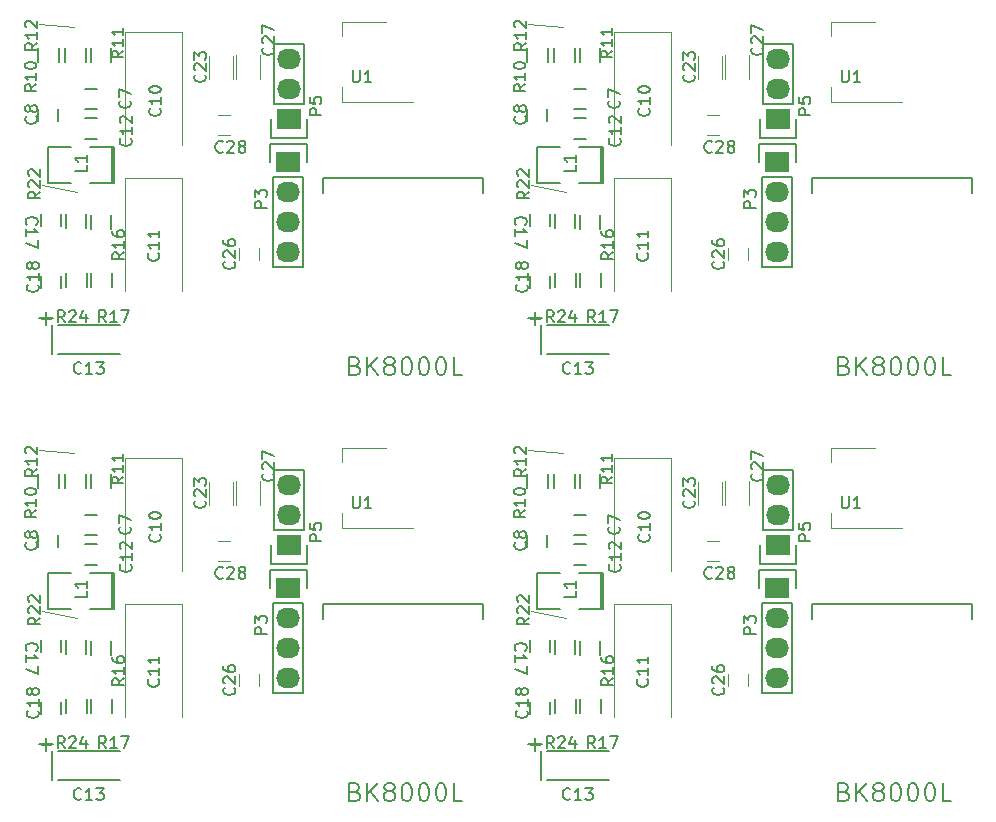
<source format=gto>
G04 #@! TF.GenerationSoftware,KiCad,Pcbnew,5.99.0-unknown-6083c08~88~ubuntu18.04.1*
G04 #@! TF.CreationDate,2021-04-28T16:00:33+02:00*
G04 #@! TF.ProjectId,vwcdpic_with_BT_panel,76776364-7069-4635-9f77-6974685f4254,rev?*
G04 #@! TF.SameCoordinates,Original*
G04 #@! TF.FileFunction,Legend,Top*
G04 #@! TF.FilePolarity,Positive*
%FSLAX46Y46*%
G04 Gerber Fmt 4.6, Leading zero omitted, Abs format (unit mm)*
G04 Created by KiCad (PCBNEW 5.99.0-unknown-6083c08~88~ubuntu18.04.1) date 2021-04-28 16:00:33*
%MOMM*%
%LPD*%
G01*
G04 APERTURE LIST*
%ADD10C,0.200000*%
%ADD11C,0.100000*%
%ADD12C,0.150000*%
%ADD13C,0.120000*%
%ADD14R,2.032000X1.727200*%
%ADD15O,2.032000X1.727200*%
G04 APERTURE END LIST*
D10*
X162641642Y-137051142D02*
X162859357Y-137123714D01*
X162931928Y-137196285D01*
X163004500Y-137341428D01*
X163004500Y-137559142D01*
X162931928Y-137704285D01*
X162859357Y-137776857D01*
X162714214Y-137849428D01*
X162133642Y-137849428D01*
X162133642Y-136325428D01*
X162641642Y-136325428D01*
X162786785Y-136398000D01*
X162859357Y-136470571D01*
X162931928Y-136615714D01*
X162931928Y-136760857D01*
X162859357Y-136906000D01*
X162786785Y-136978571D01*
X162641642Y-137051142D01*
X162133642Y-137051142D01*
X163657642Y-137849428D02*
X163657642Y-136325428D01*
X164528500Y-137849428D02*
X163875357Y-136978571D01*
X164528500Y-136325428D02*
X163657642Y-137196285D01*
X165399357Y-136978571D02*
X165254214Y-136906000D01*
X165181642Y-136833428D01*
X165109071Y-136688285D01*
X165109071Y-136615714D01*
X165181642Y-136470571D01*
X165254214Y-136398000D01*
X165399357Y-136325428D01*
X165689642Y-136325428D01*
X165834785Y-136398000D01*
X165907357Y-136470571D01*
X165979928Y-136615714D01*
X165979928Y-136688285D01*
X165907357Y-136833428D01*
X165834785Y-136906000D01*
X165689642Y-136978571D01*
X165399357Y-136978571D01*
X165254214Y-137051142D01*
X165181642Y-137123714D01*
X165109071Y-137268857D01*
X165109071Y-137559142D01*
X165181642Y-137704285D01*
X165254214Y-137776857D01*
X165399357Y-137849428D01*
X165689642Y-137849428D01*
X165834785Y-137776857D01*
X165907357Y-137704285D01*
X165979928Y-137559142D01*
X165979928Y-137268857D01*
X165907357Y-137123714D01*
X165834785Y-137051142D01*
X165689642Y-136978571D01*
X166923357Y-136325428D02*
X167068500Y-136325428D01*
X167213642Y-136398000D01*
X167286214Y-136470571D01*
X167358785Y-136615714D01*
X167431357Y-136906000D01*
X167431357Y-137268857D01*
X167358785Y-137559142D01*
X167286214Y-137704285D01*
X167213642Y-137776857D01*
X167068500Y-137849428D01*
X166923357Y-137849428D01*
X166778214Y-137776857D01*
X166705642Y-137704285D01*
X166633071Y-137559142D01*
X166560500Y-137268857D01*
X166560500Y-136906000D01*
X166633071Y-136615714D01*
X166705642Y-136470571D01*
X166778214Y-136398000D01*
X166923357Y-136325428D01*
X168374785Y-136325428D02*
X168519928Y-136325428D01*
X168665071Y-136398000D01*
X168737642Y-136470571D01*
X168810214Y-136615714D01*
X168882785Y-136906000D01*
X168882785Y-137268857D01*
X168810214Y-137559142D01*
X168737642Y-137704285D01*
X168665071Y-137776857D01*
X168519928Y-137849428D01*
X168374785Y-137849428D01*
X168229642Y-137776857D01*
X168157071Y-137704285D01*
X168084500Y-137559142D01*
X168011928Y-137268857D01*
X168011928Y-136906000D01*
X168084500Y-136615714D01*
X168157071Y-136470571D01*
X168229642Y-136398000D01*
X168374785Y-136325428D01*
X169826214Y-136325428D02*
X169971357Y-136325428D01*
X170116500Y-136398000D01*
X170189071Y-136470571D01*
X170261642Y-136615714D01*
X170334214Y-136906000D01*
X170334214Y-137268857D01*
X170261642Y-137559142D01*
X170189071Y-137704285D01*
X170116500Y-137776857D01*
X169971357Y-137849428D01*
X169826214Y-137849428D01*
X169681071Y-137776857D01*
X169608500Y-137704285D01*
X169535928Y-137559142D01*
X169463357Y-137268857D01*
X169463357Y-136906000D01*
X169535928Y-136615714D01*
X169608500Y-136470571D01*
X169681071Y-136398000D01*
X169826214Y-136325428D01*
X171713071Y-137849428D02*
X170987357Y-137849428D01*
X170987357Y-136325428D01*
D11*
X135826500Y-108077000D02*
X138811000Y-108331000D01*
X136144000Y-121729500D02*
X139065000Y-122301000D01*
D10*
X121239642Y-137051142D02*
X121457357Y-137123714D01*
X121529928Y-137196285D01*
X121602500Y-137341428D01*
X121602500Y-137559142D01*
X121529928Y-137704285D01*
X121457357Y-137776857D01*
X121312214Y-137849428D01*
X120731642Y-137849428D01*
X120731642Y-136325428D01*
X121239642Y-136325428D01*
X121384785Y-136398000D01*
X121457357Y-136470571D01*
X121529928Y-136615714D01*
X121529928Y-136760857D01*
X121457357Y-136906000D01*
X121384785Y-136978571D01*
X121239642Y-137051142D01*
X120731642Y-137051142D01*
X122255642Y-137849428D02*
X122255642Y-136325428D01*
X123126500Y-137849428D02*
X122473357Y-136978571D01*
X123126500Y-136325428D02*
X122255642Y-137196285D01*
X123997357Y-136978571D02*
X123852214Y-136906000D01*
X123779642Y-136833428D01*
X123707071Y-136688285D01*
X123707071Y-136615714D01*
X123779642Y-136470571D01*
X123852214Y-136398000D01*
X123997357Y-136325428D01*
X124287642Y-136325428D01*
X124432785Y-136398000D01*
X124505357Y-136470571D01*
X124577928Y-136615714D01*
X124577928Y-136688285D01*
X124505357Y-136833428D01*
X124432785Y-136906000D01*
X124287642Y-136978571D01*
X123997357Y-136978571D01*
X123852214Y-137051142D01*
X123779642Y-137123714D01*
X123707071Y-137268857D01*
X123707071Y-137559142D01*
X123779642Y-137704285D01*
X123852214Y-137776857D01*
X123997357Y-137849428D01*
X124287642Y-137849428D01*
X124432785Y-137776857D01*
X124505357Y-137704285D01*
X124577928Y-137559142D01*
X124577928Y-137268857D01*
X124505357Y-137123714D01*
X124432785Y-137051142D01*
X124287642Y-136978571D01*
X125521357Y-136325428D02*
X125666500Y-136325428D01*
X125811642Y-136398000D01*
X125884214Y-136470571D01*
X125956785Y-136615714D01*
X126029357Y-136906000D01*
X126029357Y-137268857D01*
X125956785Y-137559142D01*
X125884214Y-137704285D01*
X125811642Y-137776857D01*
X125666500Y-137849428D01*
X125521357Y-137849428D01*
X125376214Y-137776857D01*
X125303642Y-137704285D01*
X125231071Y-137559142D01*
X125158500Y-137268857D01*
X125158500Y-136906000D01*
X125231071Y-136615714D01*
X125303642Y-136470571D01*
X125376214Y-136398000D01*
X125521357Y-136325428D01*
X126972785Y-136325428D02*
X127117928Y-136325428D01*
X127263071Y-136398000D01*
X127335642Y-136470571D01*
X127408214Y-136615714D01*
X127480785Y-136906000D01*
X127480785Y-137268857D01*
X127408214Y-137559142D01*
X127335642Y-137704285D01*
X127263071Y-137776857D01*
X127117928Y-137849428D01*
X126972785Y-137849428D01*
X126827642Y-137776857D01*
X126755071Y-137704285D01*
X126682500Y-137559142D01*
X126609928Y-137268857D01*
X126609928Y-136906000D01*
X126682500Y-136615714D01*
X126755071Y-136470571D01*
X126827642Y-136398000D01*
X126972785Y-136325428D01*
X128424214Y-136325428D02*
X128569357Y-136325428D01*
X128714500Y-136398000D01*
X128787071Y-136470571D01*
X128859642Y-136615714D01*
X128932214Y-136906000D01*
X128932214Y-137268857D01*
X128859642Y-137559142D01*
X128787071Y-137704285D01*
X128714500Y-137776857D01*
X128569357Y-137849428D01*
X128424214Y-137849428D01*
X128279071Y-137776857D01*
X128206500Y-137704285D01*
X128133928Y-137559142D01*
X128061357Y-137268857D01*
X128061357Y-136906000D01*
X128133928Y-136615714D01*
X128206500Y-136470571D01*
X128279071Y-136398000D01*
X128424214Y-136325428D01*
X130311071Y-137849428D02*
X129585357Y-137849428D01*
X129585357Y-136325428D01*
D11*
X94424500Y-108077000D02*
X97409000Y-108331000D01*
X94742000Y-121729500D02*
X97663000Y-122301000D01*
D10*
X162641642Y-100983142D02*
X162859357Y-101055714D01*
X162931928Y-101128285D01*
X163004500Y-101273428D01*
X163004500Y-101491142D01*
X162931928Y-101636285D01*
X162859357Y-101708857D01*
X162714214Y-101781428D01*
X162133642Y-101781428D01*
X162133642Y-100257428D01*
X162641642Y-100257428D01*
X162786785Y-100330000D01*
X162859357Y-100402571D01*
X162931928Y-100547714D01*
X162931928Y-100692857D01*
X162859357Y-100838000D01*
X162786785Y-100910571D01*
X162641642Y-100983142D01*
X162133642Y-100983142D01*
X163657642Y-101781428D02*
X163657642Y-100257428D01*
X164528500Y-101781428D02*
X163875357Y-100910571D01*
X164528500Y-100257428D02*
X163657642Y-101128285D01*
X165399357Y-100910571D02*
X165254214Y-100838000D01*
X165181642Y-100765428D01*
X165109071Y-100620285D01*
X165109071Y-100547714D01*
X165181642Y-100402571D01*
X165254214Y-100330000D01*
X165399357Y-100257428D01*
X165689642Y-100257428D01*
X165834785Y-100330000D01*
X165907357Y-100402571D01*
X165979928Y-100547714D01*
X165979928Y-100620285D01*
X165907357Y-100765428D01*
X165834785Y-100838000D01*
X165689642Y-100910571D01*
X165399357Y-100910571D01*
X165254214Y-100983142D01*
X165181642Y-101055714D01*
X165109071Y-101200857D01*
X165109071Y-101491142D01*
X165181642Y-101636285D01*
X165254214Y-101708857D01*
X165399357Y-101781428D01*
X165689642Y-101781428D01*
X165834785Y-101708857D01*
X165907357Y-101636285D01*
X165979928Y-101491142D01*
X165979928Y-101200857D01*
X165907357Y-101055714D01*
X165834785Y-100983142D01*
X165689642Y-100910571D01*
X166923357Y-100257428D02*
X167068500Y-100257428D01*
X167213642Y-100330000D01*
X167286214Y-100402571D01*
X167358785Y-100547714D01*
X167431357Y-100838000D01*
X167431357Y-101200857D01*
X167358785Y-101491142D01*
X167286214Y-101636285D01*
X167213642Y-101708857D01*
X167068500Y-101781428D01*
X166923357Y-101781428D01*
X166778214Y-101708857D01*
X166705642Y-101636285D01*
X166633071Y-101491142D01*
X166560500Y-101200857D01*
X166560500Y-100838000D01*
X166633071Y-100547714D01*
X166705642Y-100402571D01*
X166778214Y-100330000D01*
X166923357Y-100257428D01*
X168374785Y-100257428D02*
X168519928Y-100257428D01*
X168665071Y-100330000D01*
X168737642Y-100402571D01*
X168810214Y-100547714D01*
X168882785Y-100838000D01*
X168882785Y-101200857D01*
X168810214Y-101491142D01*
X168737642Y-101636285D01*
X168665071Y-101708857D01*
X168519928Y-101781428D01*
X168374785Y-101781428D01*
X168229642Y-101708857D01*
X168157071Y-101636285D01*
X168084500Y-101491142D01*
X168011928Y-101200857D01*
X168011928Y-100838000D01*
X168084500Y-100547714D01*
X168157071Y-100402571D01*
X168229642Y-100330000D01*
X168374785Y-100257428D01*
X169826214Y-100257428D02*
X169971357Y-100257428D01*
X170116500Y-100330000D01*
X170189071Y-100402571D01*
X170261642Y-100547714D01*
X170334214Y-100838000D01*
X170334214Y-101200857D01*
X170261642Y-101491142D01*
X170189071Y-101636285D01*
X170116500Y-101708857D01*
X169971357Y-101781428D01*
X169826214Y-101781428D01*
X169681071Y-101708857D01*
X169608500Y-101636285D01*
X169535928Y-101491142D01*
X169463357Y-101200857D01*
X169463357Y-100838000D01*
X169535928Y-100547714D01*
X169608500Y-100402571D01*
X169681071Y-100330000D01*
X169826214Y-100257428D01*
X171713071Y-101781428D02*
X170987357Y-101781428D01*
X170987357Y-100257428D01*
D11*
X135826500Y-72009000D02*
X138811000Y-72263000D01*
X136144000Y-85661500D02*
X139065000Y-86233000D01*
D10*
X121239642Y-100983142D02*
X121457357Y-101055714D01*
X121529928Y-101128285D01*
X121602500Y-101273428D01*
X121602500Y-101491142D01*
X121529928Y-101636285D01*
X121457357Y-101708857D01*
X121312214Y-101781428D01*
X120731642Y-101781428D01*
X120731642Y-100257428D01*
X121239642Y-100257428D01*
X121384785Y-100330000D01*
X121457357Y-100402571D01*
X121529928Y-100547714D01*
X121529928Y-100692857D01*
X121457357Y-100838000D01*
X121384785Y-100910571D01*
X121239642Y-100983142D01*
X120731642Y-100983142D01*
X122255642Y-101781428D02*
X122255642Y-100257428D01*
X123126500Y-101781428D02*
X122473357Y-100910571D01*
X123126500Y-100257428D02*
X122255642Y-101128285D01*
X123997357Y-100910571D02*
X123852214Y-100838000D01*
X123779642Y-100765428D01*
X123707071Y-100620285D01*
X123707071Y-100547714D01*
X123779642Y-100402571D01*
X123852214Y-100330000D01*
X123997357Y-100257428D01*
X124287642Y-100257428D01*
X124432785Y-100330000D01*
X124505357Y-100402571D01*
X124577928Y-100547714D01*
X124577928Y-100620285D01*
X124505357Y-100765428D01*
X124432785Y-100838000D01*
X124287642Y-100910571D01*
X123997357Y-100910571D01*
X123852214Y-100983142D01*
X123779642Y-101055714D01*
X123707071Y-101200857D01*
X123707071Y-101491142D01*
X123779642Y-101636285D01*
X123852214Y-101708857D01*
X123997357Y-101781428D01*
X124287642Y-101781428D01*
X124432785Y-101708857D01*
X124505357Y-101636285D01*
X124577928Y-101491142D01*
X124577928Y-101200857D01*
X124505357Y-101055714D01*
X124432785Y-100983142D01*
X124287642Y-100910571D01*
X125521357Y-100257428D02*
X125666500Y-100257428D01*
X125811642Y-100330000D01*
X125884214Y-100402571D01*
X125956785Y-100547714D01*
X126029357Y-100838000D01*
X126029357Y-101200857D01*
X125956785Y-101491142D01*
X125884214Y-101636285D01*
X125811642Y-101708857D01*
X125666500Y-101781428D01*
X125521357Y-101781428D01*
X125376214Y-101708857D01*
X125303642Y-101636285D01*
X125231071Y-101491142D01*
X125158500Y-101200857D01*
X125158500Y-100838000D01*
X125231071Y-100547714D01*
X125303642Y-100402571D01*
X125376214Y-100330000D01*
X125521357Y-100257428D01*
X126972785Y-100257428D02*
X127117928Y-100257428D01*
X127263071Y-100330000D01*
X127335642Y-100402571D01*
X127408214Y-100547714D01*
X127480785Y-100838000D01*
X127480785Y-101200857D01*
X127408214Y-101491142D01*
X127335642Y-101636285D01*
X127263071Y-101708857D01*
X127117928Y-101781428D01*
X126972785Y-101781428D01*
X126827642Y-101708857D01*
X126755071Y-101636285D01*
X126682500Y-101491142D01*
X126609928Y-101200857D01*
X126609928Y-100838000D01*
X126682500Y-100547714D01*
X126755071Y-100402571D01*
X126827642Y-100330000D01*
X126972785Y-100257428D01*
X128424214Y-100257428D02*
X128569357Y-100257428D01*
X128714500Y-100330000D01*
X128787071Y-100402571D01*
X128859642Y-100547714D01*
X128932214Y-100838000D01*
X128932214Y-101200857D01*
X128859642Y-101491142D01*
X128787071Y-101636285D01*
X128714500Y-101708857D01*
X128569357Y-101781428D01*
X128424214Y-101781428D01*
X128279071Y-101708857D01*
X128206500Y-101636285D01*
X128133928Y-101491142D01*
X128061357Y-101200857D01*
X128061357Y-100838000D01*
X128133928Y-100547714D01*
X128206500Y-100402571D01*
X128279071Y-100330000D01*
X128424214Y-100257428D01*
X130311071Y-101781428D02*
X129585357Y-101781428D01*
X129585357Y-100257428D01*
D11*
X94424500Y-72009000D02*
X97409000Y-72263000D01*
X94742000Y-85661500D02*
X97663000Y-86233000D01*
D12*
X155138380Y-123674095D02*
X154138380Y-123674095D01*
X154138380Y-123293142D01*
X154186000Y-123197904D01*
X154233619Y-123150285D01*
X154328857Y-123102666D01*
X154471714Y-123102666D01*
X154566952Y-123150285D01*
X154614571Y-123197904D01*
X154662190Y-123293142D01*
X154662190Y-123674095D01*
X154138380Y-122769333D02*
X154138380Y-122150285D01*
X154519333Y-122483619D01*
X154519333Y-122340761D01*
X154566952Y-122245523D01*
X154614571Y-122197904D01*
X154709809Y-122150285D01*
X154947904Y-122150285D01*
X155043142Y-122197904D01*
X155090761Y-122245523D01*
X155138380Y-122340761D01*
X155138380Y-122626476D01*
X155090761Y-122721714D01*
X155043142Y-122769333D01*
X145962642Y-127515857D02*
X146010261Y-127563476D01*
X146057880Y-127706333D01*
X146057880Y-127801571D01*
X146010261Y-127944428D01*
X145915023Y-128039666D01*
X145819785Y-128087285D01*
X145629309Y-128134904D01*
X145486452Y-128134904D01*
X145295976Y-128087285D01*
X145200738Y-128039666D01*
X145105500Y-127944428D01*
X145057880Y-127801571D01*
X145057880Y-127706333D01*
X145105500Y-127563476D01*
X145153119Y-127515857D01*
X146057880Y-126563476D02*
X146057880Y-127134904D01*
X146057880Y-126849190D02*
X145057880Y-126849190D01*
X145200738Y-126944428D01*
X145295976Y-127039666D01*
X145343595Y-127134904D01*
X146057880Y-125611095D02*
X146057880Y-126182523D01*
X146057880Y-125896809D02*
X145057880Y-125896809D01*
X145200738Y-125992047D01*
X145295976Y-126087285D01*
X145343595Y-126182523D01*
X151419642Y-118911642D02*
X151372023Y-118959261D01*
X151229166Y-119006880D01*
X151133928Y-119006880D01*
X150991071Y-118959261D01*
X150895833Y-118864023D01*
X150848214Y-118768785D01*
X150800595Y-118578309D01*
X150800595Y-118435452D01*
X150848214Y-118244976D01*
X150895833Y-118149738D01*
X150991071Y-118054500D01*
X151133928Y-118006880D01*
X151229166Y-118006880D01*
X151372023Y-118054500D01*
X151419642Y-118102119D01*
X151800595Y-118102119D02*
X151848214Y-118054500D01*
X151943452Y-118006880D01*
X152181547Y-118006880D01*
X152276785Y-118054500D01*
X152324404Y-118102119D01*
X152372023Y-118197357D01*
X152372023Y-118292595D01*
X152324404Y-118435452D01*
X151752976Y-119006880D01*
X152372023Y-119006880D01*
X152943452Y-118435452D02*
X152848214Y-118387833D01*
X152800595Y-118340214D01*
X152752976Y-118244976D01*
X152752976Y-118197357D01*
X152800595Y-118102119D01*
X152848214Y-118054500D01*
X152943452Y-118006880D01*
X153133928Y-118006880D01*
X153229166Y-118054500D01*
X153276785Y-118102119D01*
X153324404Y-118197357D01*
X153324404Y-118244976D01*
X153276785Y-118340214D01*
X153229166Y-118387833D01*
X153133928Y-118435452D01*
X152943452Y-118435452D01*
X152848214Y-118483071D01*
X152800595Y-118530690D01*
X152752976Y-118625928D01*
X152752976Y-118816404D01*
X152800595Y-118911642D01*
X152848214Y-118959261D01*
X152943452Y-119006880D01*
X153133928Y-119006880D01*
X153229166Y-118959261D01*
X153276785Y-118911642D01*
X153324404Y-118816404D01*
X153324404Y-118625928D01*
X153276785Y-118530690D01*
X153229166Y-118483071D01*
X153133928Y-118435452D01*
X143073380Y-127452357D02*
X142597190Y-127785690D01*
X143073380Y-128023785D02*
X142073380Y-128023785D01*
X142073380Y-127642833D01*
X142121000Y-127547595D01*
X142168619Y-127499976D01*
X142263857Y-127452357D01*
X142406714Y-127452357D01*
X142501952Y-127499976D01*
X142549571Y-127547595D01*
X142597190Y-127642833D01*
X142597190Y-128023785D01*
X143073380Y-126499976D02*
X143073380Y-127071404D01*
X143073380Y-126785690D02*
X142073380Y-126785690D01*
X142216238Y-126880928D01*
X142311476Y-126976166D01*
X142359095Y-127071404D01*
X142073380Y-125642833D02*
X142073380Y-125833309D01*
X142121000Y-125928547D01*
X142168619Y-125976166D01*
X142311476Y-126071404D01*
X142501952Y-126119023D01*
X142882904Y-126119023D01*
X142978142Y-126071404D01*
X143025761Y-126023785D01*
X143073380Y-125928547D01*
X143073380Y-125738071D01*
X143025761Y-125642833D01*
X142978142Y-125595214D01*
X142882904Y-125547595D01*
X142644809Y-125547595D01*
X142549571Y-125595214D01*
X142501952Y-125642833D01*
X142454333Y-125738071D01*
X142454333Y-125928547D01*
X142501952Y-126023785D01*
X142549571Y-126071404D01*
X142644809Y-126119023D01*
X155678142Y-110116857D02*
X155725761Y-110164476D01*
X155773380Y-110307333D01*
X155773380Y-110402571D01*
X155725761Y-110545428D01*
X155630523Y-110640666D01*
X155535285Y-110688285D01*
X155344809Y-110735904D01*
X155201952Y-110735904D01*
X155011476Y-110688285D01*
X154916238Y-110640666D01*
X154821000Y-110545428D01*
X154773380Y-110402571D01*
X154773380Y-110307333D01*
X154821000Y-110164476D01*
X154868619Y-110116857D01*
X154868619Y-109735904D02*
X154821000Y-109688285D01*
X154773380Y-109593047D01*
X154773380Y-109354952D01*
X154821000Y-109259714D01*
X154868619Y-109212095D01*
X154963857Y-109164476D01*
X155059095Y-109164476D01*
X155201952Y-109212095D01*
X155773380Y-109783523D01*
X155773380Y-109164476D01*
X154773380Y-108831142D02*
X154773380Y-108164476D01*
X155773380Y-108593047D01*
X143613142Y-117800357D02*
X143660761Y-117847976D01*
X143708380Y-117990833D01*
X143708380Y-118086071D01*
X143660761Y-118228928D01*
X143565523Y-118324166D01*
X143470285Y-118371785D01*
X143279809Y-118419404D01*
X143136952Y-118419404D01*
X142946476Y-118371785D01*
X142851238Y-118324166D01*
X142756000Y-118228928D01*
X142708380Y-118086071D01*
X142708380Y-117990833D01*
X142756000Y-117847976D01*
X142803619Y-117800357D01*
X143708380Y-116847976D02*
X143708380Y-117419404D01*
X143708380Y-117133690D02*
X142708380Y-117133690D01*
X142851238Y-117228928D01*
X142946476Y-117324166D01*
X142994095Y-117419404D01*
X142803619Y-116467023D02*
X142756000Y-116419404D01*
X142708380Y-116324166D01*
X142708380Y-116086071D01*
X142756000Y-115990833D01*
X142803619Y-115943214D01*
X142898857Y-115895595D01*
X142994095Y-115895595D01*
X143136952Y-115943214D01*
X143708380Y-116514642D01*
X143708380Y-115895595D01*
X134834357Y-125087142D02*
X134786738Y-125039523D01*
X134739119Y-124896666D01*
X134739119Y-124801428D01*
X134786738Y-124658571D01*
X134881976Y-124563333D01*
X134977214Y-124515714D01*
X135167690Y-124468095D01*
X135310547Y-124468095D01*
X135501023Y-124515714D01*
X135596261Y-124563333D01*
X135691500Y-124658571D01*
X135739119Y-124801428D01*
X135739119Y-124896666D01*
X135691500Y-125039523D01*
X135643880Y-125087142D01*
X134739119Y-126039523D02*
X134739119Y-125468095D01*
X134739119Y-125753809D02*
X135739119Y-125753809D01*
X135596261Y-125658571D01*
X135501023Y-125563333D01*
X135453404Y-125468095D01*
X135739119Y-126372857D02*
X135739119Y-127039523D01*
X134739119Y-126610952D01*
X138041142Y-133357880D02*
X137707809Y-132881690D01*
X137469714Y-133357880D02*
X137469714Y-132357880D01*
X137850666Y-132357880D01*
X137945904Y-132405500D01*
X137993523Y-132453119D01*
X138041142Y-132548357D01*
X138041142Y-132691214D01*
X137993523Y-132786452D01*
X137945904Y-132834071D01*
X137850666Y-132881690D01*
X137469714Y-132881690D01*
X138422095Y-132453119D02*
X138469714Y-132405500D01*
X138564952Y-132357880D01*
X138803047Y-132357880D01*
X138898285Y-132405500D01*
X138945904Y-132453119D01*
X138993523Y-132548357D01*
X138993523Y-132643595D01*
X138945904Y-132786452D01*
X138374476Y-133357880D01*
X138993523Y-133357880D01*
X139850666Y-132691214D02*
X139850666Y-133357880D01*
X139612571Y-132310261D02*
X139374476Y-133024547D01*
X139993523Y-133024547D01*
X143549642Y-114593666D02*
X143597261Y-114641285D01*
X143644880Y-114784142D01*
X143644880Y-114879380D01*
X143597261Y-115022238D01*
X143502023Y-115117476D01*
X143406785Y-115165095D01*
X143216309Y-115212714D01*
X143073452Y-115212714D01*
X142882976Y-115165095D01*
X142787738Y-115117476D01*
X142692500Y-115022238D01*
X142644880Y-114879380D01*
X142644880Y-114784142D01*
X142692500Y-114641285D01*
X142740119Y-114593666D01*
X142644880Y-114260333D02*
X142644880Y-113593666D01*
X143644880Y-114022238D01*
X143009880Y-110370857D02*
X142533690Y-110704190D01*
X143009880Y-110942285D02*
X142009880Y-110942285D01*
X142009880Y-110561333D01*
X142057500Y-110466095D01*
X142105119Y-110418476D01*
X142200357Y-110370857D01*
X142343214Y-110370857D01*
X142438452Y-110418476D01*
X142486071Y-110466095D01*
X142533690Y-110561333D01*
X142533690Y-110942285D01*
X143009880Y-109418476D02*
X143009880Y-109989904D01*
X143009880Y-109704190D02*
X142009880Y-109704190D01*
X142152738Y-109799428D01*
X142247976Y-109894666D01*
X142295595Y-109989904D01*
X143009880Y-108466095D02*
X143009880Y-109037523D01*
X143009880Y-108751809D02*
X142009880Y-108751809D01*
X142152738Y-108847047D01*
X142247976Y-108942285D01*
X142295595Y-109037523D01*
X135961380Y-122308857D02*
X135485190Y-122642190D01*
X135961380Y-122880285D02*
X134961380Y-122880285D01*
X134961380Y-122499333D01*
X135009000Y-122404095D01*
X135056619Y-122356476D01*
X135151857Y-122308857D01*
X135294714Y-122308857D01*
X135389952Y-122356476D01*
X135437571Y-122404095D01*
X135485190Y-122499333D01*
X135485190Y-122880285D01*
X135056619Y-121927904D02*
X135009000Y-121880285D01*
X134961380Y-121785047D01*
X134961380Y-121546952D01*
X135009000Y-121451714D01*
X135056619Y-121404095D01*
X135151857Y-121356476D01*
X135247095Y-121356476D01*
X135389952Y-121404095D01*
X135961380Y-121975523D01*
X135961380Y-121356476D01*
X135056619Y-120975523D02*
X135009000Y-120927904D01*
X134961380Y-120832666D01*
X134961380Y-120594571D01*
X135009000Y-120499333D01*
X135056619Y-120451714D01*
X135151857Y-120404095D01*
X135247095Y-120404095D01*
X135389952Y-120451714D01*
X135961380Y-121023142D01*
X135961380Y-120404095D01*
X139883140Y-120059746D02*
X139883140Y-120535937D01*
X138883140Y-120535937D01*
X139883140Y-119202603D02*
X139883140Y-119774032D01*
X139883140Y-119488318D02*
X138883140Y-119488318D01*
X139025998Y-119583556D01*
X139121236Y-119678794D01*
X139168855Y-119774032D01*
X139438142Y-137644142D02*
X139390523Y-137691761D01*
X139247666Y-137739380D01*
X139152428Y-137739380D01*
X139009571Y-137691761D01*
X138914333Y-137596523D01*
X138866714Y-137501285D01*
X138819095Y-137310809D01*
X138819095Y-137167952D01*
X138866714Y-136977476D01*
X138914333Y-136882238D01*
X139009571Y-136787000D01*
X139152428Y-136739380D01*
X139247666Y-136739380D01*
X139390523Y-136787000D01*
X139438142Y-136834619D01*
X140390523Y-137739380D02*
X139819095Y-137739380D01*
X140104809Y-137739380D02*
X140104809Y-136739380D01*
X140009571Y-136882238D01*
X139914333Y-136977476D01*
X139819095Y-137025095D01*
X140723857Y-136739380D02*
X141342904Y-136739380D01*
X141009571Y-137120333D01*
X141152428Y-137120333D01*
X141247666Y-137167952D01*
X141295285Y-137215571D01*
X141342904Y-137310809D01*
X141342904Y-137548904D01*
X141295285Y-137644142D01*
X141247666Y-137691761D01*
X141152428Y-137739380D01*
X140866714Y-137739380D01*
X140771476Y-137691761D01*
X140723857Y-137644142D01*
X136100867Y-133081068D02*
X136862772Y-133081068D01*
X136481820Y-133462020D02*
X136481820Y-132700116D01*
X135739142Y-130182857D02*
X135786761Y-130230476D01*
X135834380Y-130373333D01*
X135834380Y-130468571D01*
X135786761Y-130611428D01*
X135691523Y-130706666D01*
X135596285Y-130754285D01*
X135405809Y-130801904D01*
X135262952Y-130801904D01*
X135072476Y-130754285D01*
X134977238Y-130706666D01*
X134882000Y-130611428D01*
X134834380Y-130468571D01*
X134834380Y-130373333D01*
X134882000Y-130230476D01*
X134929619Y-130182857D01*
X135834380Y-129230476D02*
X135834380Y-129801904D01*
X135834380Y-129516190D02*
X134834380Y-129516190D01*
X134977238Y-129611428D01*
X135072476Y-129706666D01*
X135120095Y-129801904D01*
X135262952Y-128659047D02*
X135215333Y-128754285D01*
X135167714Y-128801904D01*
X135072476Y-128849523D01*
X135024857Y-128849523D01*
X134929619Y-128801904D01*
X134882000Y-128754285D01*
X134834380Y-128659047D01*
X134834380Y-128468571D01*
X134882000Y-128373333D01*
X134929619Y-128325714D01*
X135024857Y-128278095D01*
X135072476Y-128278095D01*
X135167714Y-128325714D01*
X135215333Y-128373333D01*
X135262952Y-128468571D01*
X135262952Y-128659047D01*
X135310571Y-128754285D01*
X135358190Y-128801904D01*
X135453428Y-128849523D01*
X135643904Y-128849523D01*
X135739142Y-128801904D01*
X135786761Y-128754285D01*
X135834380Y-128659047D01*
X135834380Y-128468571D01*
X135786761Y-128373333D01*
X135739142Y-128325714D01*
X135643904Y-128278095D01*
X135453428Y-128278095D01*
X135358190Y-128325714D01*
X135310571Y-128373333D01*
X135262952Y-128468571D01*
X135612142Y-115927166D02*
X135659761Y-115974785D01*
X135707380Y-116117642D01*
X135707380Y-116212880D01*
X135659761Y-116355738D01*
X135564523Y-116450976D01*
X135469285Y-116498595D01*
X135278809Y-116546214D01*
X135135952Y-116546214D01*
X134945476Y-116498595D01*
X134850238Y-116450976D01*
X134755000Y-116355738D01*
X134707380Y-116212880D01*
X134707380Y-116117642D01*
X134755000Y-115974785D01*
X134802619Y-115927166D01*
X135135952Y-115355738D02*
X135088333Y-115450976D01*
X135040714Y-115498595D01*
X134945476Y-115546214D01*
X134897857Y-115546214D01*
X134802619Y-115498595D01*
X134755000Y-115450976D01*
X134707380Y-115355738D01*
X134707380Y-115165261D01*
X134755000Y-115070023D01*
X134802619Y-115022404D01*
X134897857Y-114974785D01*
X134945476Y-114974785D01*
X135040714Y-115022404D01*
X135088333Y-115070023D01*
X135135952Y-115165261D01*
X135135952Y-115355738D01*
X135183571Y-115450976D01*
X135231190Y-115498595D01*
X135326428Y-115546214D01*
X135516904Y-115546214D01*
X135612142Y-115498595D01*
X135659761Y-115450976D01*
X135707380Y-115355738D01*
X135707380Y-115165261D01*
X135659761Y-115070023D01*
X135612142Y-115022404D01*
X135516904Y-114974785D01*
X135326428Y-114974785D01*
X135231190Y-115022404D01*
X135183571Y-115070023D01*
X135135952Y-115165261D01*
X152381142Y-128238857D02*
X152428761Y-128286476D01*
X152476380Y-128429333D01*
X152476380Y-128524571D01*
X152428761Y-128667428D01*
X152333523Y-128762666D01*
X152238285Y-128810285D01*
X152047809Y-128857904D01*
X151904952Y-128857904D01*
X151714476Y-128810285D01*
X151619238Y-128762666D01*
X151524000Y-128667428D01*
X151476380Y-128524571D01*
X151476380Y-128429333D01*
X151524000Y-128286476D01*
X151571619Y-128238857D01*
X151571619Y-127857904D02*
X151524000Y-127810285D01*
X151476380Y-127715047D01*
X151476380Y-127476952D01*
X151524000Y-127381714D01*
X151571619Y-127334095D01*
X151666857Y-127286476D01*
X151762095Y-127286476D01*
X151904952Y-127334095D01*
X152476380Y-127905523D01*
X152476380Y-127286476D01*
X151476380Y-126429333D02*
X151476380Y-126619809D01*
X151524000Y-126715047D01*
X151571619Y-126762666D01*
X151714476Y-126857904D01*
X151904952Y-126905523D01*
X152285904Y-126905523D01*
X152381142Y-126857904D01*
X152428761Y-126810285D01*
X152476380Y-126715047D01*
X152476380Y-126524571D01*
X152428761Y-126429333D01*
X152381142Y-126381714D01*
X152285904Y-126334095D01*
X152047809Y-126334095D01*
X151952571Y-126381714D01*
X151904952Y-126429333D01*
X151857333Y-126524571D01*
X151857333Y-126715047D01*
X151904952Y-126810285D01*
X151952571Y-126857904D01*
X152047809Y-126905523D01*
X146089642Y-115260357D02*
X146137261Y-115307976D01*
X146184880Y-115450833D01*
X146184880Y-115546071D01*
X146137261Y-115688928D01*
X146042023Y-115784166D01*
X145946785Y-115831785D01*
X145756309Y-115879404D01*
X145613452Y-115879404D01*
X145422976Y-115831785D01*
X145327738Y-115784166D01*
X145232500Y-115688928D01*
X145184880Y-115546071D01*
X145184880Y-115450833D01*
X145232500Y-115307976D01*
X145280119Y-115260357D01*
X146184880Y-114307976D02*
X146184880Y-114879404D01*
X146184880Y-114593690D02*
X145184880Y-114593690D01*
X145327738Y-114688928D01*
X145422976Y-114784166D01*
X145470595Y-114879404D01*
X145184880Y-113688928D02*
X145184880Y-113593690D01*
X145232500Y-113498452D01*
X145280119Y-113450833D01*
X145375357Y-113403214D01*
X145565833Y-113355595D01*
X145803928Y-113355595D01*
X145994404Y-113403214D01*
X146089642Y-113450833D01*
X146137261Y-113498452D01*
X146184880Y-113593690D01*
X146184880Y-113688928D01*
X146137261Y-113784166D01*
X146089642Y-113831785D01*
X145994404Y-113879404D01*
X145803928Y-113927023D01*
X145565833Y-113927023D01*
X145375357Y-113879404D01*
X145280119Y-113831785D01*
X145232500Y-113784166D01*
X145184880Y-113688928D01*
X141533642Y-133357880D02*
X141200309Y-132881690D01*
X140962214Y-133357880D02*
X140962214Y-132357880D01*
X141343166Y-132357880D01*
X141438404Y-132405500D01*
X141486023Y-132453119D01*
X141533642Y-132548357D01*
X141533642Y-132691214D01*
X141486023Y-132786452D01*
X141438404Y-132834071D01*
X141343166Y-132881690D01*
X140962214Y-132881690D01*
X142486023Y-133357880D02*
X141914595Y-133357880D01*
X142200309Y-133357880D02*
X142200309Y-132357880D01*
X142105071Y-132500738D01*
X142009833Y-132595976D01*
X141914595Y-132643595D01*
X142819357Y-132357880D02*
X143486023Y-132357880D01*
X143057452Y-133357880D01*
X135643880Y-113228357D02*
X135167690Y-113561690D01*
X135643880Y-113799785D02*
X134643880Y-113799785D01*
X134643880Y-113418833D01*
X134691500Y-113323595D01*
X134739119Y-113275976D01*
X134834357Y-113228357D01*
X134977214Y-113228357D01*
X135072452Y-113275976D01*
X135120071Y-113323595D01*
X135167690Y-113418833D01*
X135167690Y-113799785D01*
X135643880Y-112275976D02*
X135643880Y-112847404D01*
X135643880Y-112561690D02*
X134643880Y-112561690D01*
X134786738Y-112656928D01*
X134881976Y-112752166D01*
X134929595Y-112847404D01*
X134643880Y-111656928D02*
X134643880Y-111561690D01*
X134691500Y-111466452D01*
X134739119Y-111418833D01*
X134834357Y-111371214D01*
X135024833Y-111323595D01*
X135262928Y-111323595D01*
X135453404Y-111371214D01*
X135548642Y-111418833D01*
X135596261Y-111466452D01*
X135643880Y-111561690D01*
X135643880Y-111656928D01*
X135596261Y-111752166D01*
X135548642Y-111799785D01*
X135453404Y-111847404D01*
X135262928Y-111895023D01*
X135024833Y-111895023D01*
X134834357Y-111847404D01*
X134739119Y-111799785D01*
X134691500Y-111752166D01*
X134643880Y-111656928D01*
X159773880Y-115800095D02*
X158773880Y-115800095D01*
X158773880Y-115419142D01*
X158821500Y-115323904D01*
X158869119Y-115276285D01*
X158964357Y-115228666D01*
X159107214Y-115228666D01*
X159202452Y-115276285D01*
X159250071Y-115323904D01*
X159297690Y-115419142D01*
X159297690Y-115800095D01*
X158773880Y-114323904D02*
X158773880Y-114800095D01*
X159250071Y-114847714D01*
X159202452Y-114800095D01*
X159154833Y-114704857D01*
X159154833Y-114466761D01*
X159202452Y-114371523D01*
X159250071Y-114323904D01*
X159345309Y-114276285D01*
X159583404Y-114276285D01*
X159678642Y-114323904D01*
X159726261Y-114371523D01*
X159773880Y-114466761D01*
X159773880Y-114704857D01*
X159726261Y-114800095D01*
X159678642Y-114847714D01*
X162433095Y-112037880D02*
X162433095Y-112847404D01*
X162480714Y-112942642D01*
X162528333Y-112990261D01*
X162623571Y-113037880D01*
X162814047Y-113037880D01*
X162909285Y-112990261D01*
X162956904Y-112942642D01*
X163004523Y-112847404D01*
X163004523Y-112037880D01*
X164004523Y-113037880D02*
X163433095Y-113037880D01*
X163718809Y-113037880D02*
X163718809Y-112037880D01*
X163623571Y-112180738D01*
X163528333Y-112275976D01*
X163433095Y-112323595D01*
X135707380Y-109735857D02*
X135231190Y-110069190D01*
X135707380Y-110307285D02*
X134707380Y-110307285D01*
X134707380Y-109926333D01*
X134755000Y-109831095D01*
X134802619Y-109783476D01*
X134897857Y-109735857D01*
X135040714Y-109735857D01*
X135135952Y-109783476D01*
X135183571Y-109831095D01*
X135231190Y-109926333D01*
X135231190Y-110307285D01*
X135707380Y-108783476D02*
X135707380Y-109354904D01*
X135707380Y-109069190D02*
X134707380Y-109069190D01*
X134850238Y-109164428D01*
X134945476Y-109259666D01*
X134993095Y-109354904D01*
X134802619Y-108402523D02*
X134755000Y-108354904D01*
X134707380Y-108259666D01*
X134707380Y-108021571D01*
X134755000Y-107926333D01*
X134802619Y-107878714D01*
X134897857Y-107831095D01*
X134993095Y-107831095D01*
X135135952Y-107878714D01*
X135707380Y-108450142D01*
X135707380Y-107831095D01*
X149899642Y-112402857D02*
X149947261Y-112450476D01*
X149994880Y-112593333D01*
X149994880Y-112688571D01*
X149947261Y-112831428D01*
X149852023Y-112926666D01*
X149756785Y-112974285D01*
X149566309Y-113021904D01*
X149423452Y-113021904D01*
X149232976Y-112974285D01*
X149137738Y-112926666D01*
X149042500Y-112831428D01*
X148994880Y-112688571D01*
X148994880Y-112593333D01*
X149042500Y-112450476D01*
X149090119Y-112402857D01*
X149090119Y-112021904D02*
X149042500Y-111974285D01*
X148994880Y-111879047D01*
X148994880Y-111640952D01*
X149042500Y-111545714D01*
X149090119Y-111498095D01*
X149185357Y-111450476D01*
X149280595Y-111450476D01*
X149423452Y-111498095D01*
X149994880Y-112069523D01*
X149994880Y-111450476D01*
X148994880Y-111117142D02*
X148994880Y-110498095D01*
X149375833Y-110831428D01*
X149375833Y-110688571D01*
X149423452Y-110593333D01*
X149471071Y-110545714D01*
X149566309Y-110498095D01*
X149804404Y-110498095D01*
X149899642Y-110545714D01*
X149947261Y-110593333D01*
X149994880Y-110688571D01*
X149994880Y-110974285D01*
X149947261Y-111069523D01*
X149899642Y-111117142D01*
X113736380Y-123674095D02*
X112736380Y-123674095D01*
X112736380Y-123293142D01*
X112784000Y-123197904D01*
X112831619Y-123150285D01*
X112926857Y-123102666D01*
X113069714Y-123102666D01*
X113164952Y-123150285D01*
X113212571Y-123197904D01*
X113260190Y-123293142D01*
X113260190Y-123674095D01*
X112736380Y-122769333D02*
X112736380Y-122150285D01*
X113117333Y-122483619D01*
X113117333Y-122340761D01*
X113164952Y-122245523D01*
X113212571Y-122197904D01*
X113307809Y-122150285D01*
X113545904Y-122150285D01*
X113641142Y-122197904D01*
X113688761Y-122245523D01*
X113736380Y-122340761D01*
X113736380Y-122626476D01*
X113688761Y-122721714D01*
X113641142Y-122769333D01*
X104560642Y-127515857D02*
X104608261Y-127563476D01*
X104655880Y-127706333D01*
X104655880Y-127801571D01*
X104608261Y-127944428D01*
X104513023Y-128039666D01*
X104417785Y-128087285D01*
X104227309Y-128134904D01*
X104084452Y-128134904D01*
X103893976Y-128087285D01*
X103798738Y-128039666D01*
X103703500Y-127944428D01*
X103655880Y-127801571D01*
X103655880Y-127706333D01*
X103703500Y-127563476D01*
X103751119Y-127515857D01*
X104655880Y-126563476D02*
X104655880Y-127134904D01*
X104655880Y-126849190D02*
X103655880Y-126849190D01*
X103798738Y-126944428D01*
X103893976Y-127039666D01*
X103941595Y-127134904D01*
X104655880Y-125611095D02*
X104655880Y-126182523D01*
X104655880Y-125896809D02*
X103655880Y-125896809D01*
X103798738Y-125992047D01*
X103893976Y-126087285D01*
X103941595Y-126182523D01*
X110017642Y-118911642D02*
X109970023Y-118959261D01*
X109827166Y-119006880D01*
X109731928Y-119006880D01*
X109589071Y-118959261D01*
X109493833Y-118864023D01*
X109446214Y-118768785D01*
X109398595Y-118578309D01*
X109398595Y-118435452D01*
X109446214Y-118244976D01*
X109493833Y-118149738D01*
X109589071Y-118054500D01*
X109731928Y-118006880D01*
X109827166Y-118006880D01*
X109970023Y-118054500D01*
X110017642Y-118102119D01*
X110398595Y-118102119D02*
X110446214Y-118054500D01*
X110541452Y-118006880D01*
X110779547Y-118006880D01*
X110874785Y-118054500D01*
X110922404Y-118102119D01*
X110970023Y-118197357D01*
X110970023Y-118292595D01*
X110922404Y-118435452D01*
X110350976Y-119006880D01*
X110970023Y-119006880D01*
X111541452Y-118435452D02*
X111446214Y-118387833D01*
X111398595Y-118340214D01*
X111350976Y-118244976D01*
X111350976Y-118197357D01*
X111398595Y-118102119D01*
X111446214Y-118054500D01*
X111541452Y-118006880D01*
X111731928Y-118006880D01*
X111827166Y-118054500D01*
X111874785Y-118102119D01*
X111922404Y-118197357D01*
X111922404Y-118244976D01*
X111874785Y-118340214D01*
X111827166Y-118387833D01*
X111731928Y-118435452D01*
X111541452Y-118435452D01*
X111446214Y-118483071D01*
X111398595Y-118530690D01*
X111350976Y-118625928D01*
X111350976Y-118816404D01*
X111398595Y-118911642D01*
X111446214Y-118959261D01*
X111541452Y-119006880D01*
X111731928Y-119006880D01*
X111827166Y-118959261D01*
X111874785Y-118911642D01*
X111922404Y-118816404D01*
X111922404Y-118625928D01*
X111874785Y-118530690D01*
X111827166Y-118483071D01*
X111731928Y-118435452D01*
X101671380Y-127452357D02*
X101195190Y-127785690D01*
X101671380Y-128023785D02*
X100671380Y-128023785D01*
X100671380Y-127642833D01*
X100719000Y-127547595D01*
X100766619Y-127499976D01*
X100861857Y-127452357D01*
X101004714Y-127452357D01*
X101099952Y-127499976D01*
X101147571Y-127547595D01*
X101195190Y-127642833D01*
X101195190Y-128023785D01*
X101671380Y-126499976D02*
X101671380Y-127071404D01*
X101671380Y-126785690D02*
X100671380Y-126785690D01*
X100814238Y-126880928D01*
X100909476Y-126976166D01*
X100957095Y-127071404D01*
X100671380Y-125642833D02*
X100671380Y-125833309D01*
X100719000Y-125928547D01*
X100766619Y-125976166D01*
X100909476Y-126071404D01*
X101099952Y-126119023D01*
X101480904Y-126119023D01*
X101576142Y-126071404D01*
X101623761Y-126023785D01*
X101671380Y-125928547D01*
X101671380Y-125738071D01*
X101623761Y-125642833D01*
X101576142Y-125595214D01*
X101480904Y-125547595D01*
X101242809Y-125547595D01*
X101147571Y-125595214D01*
X101099952Y-125642833D01*
X101052333Y-125738071D01*
X101052333Y-125928547D01*
X101099952Y-126023785D01*
X101147571Y-126071404D01*
X101242809Y-126119023D01*
X114276142Y-110116857D02*
X114323761Y-110164476D01*
X114371380Y-110307333D01*
X114371380Y-110402571D01*
X114323761Y-110545428D01*
X114228523Y-110640666D01*
X114133285Y-110688285D01*
X113942809Y-110735904D01*
X113799952Y-110735904D01*
X113609476Y-110688285D01*
X113514238Y-110640666D01*
X113419000Y-110545428D01*
X113371380Y-110402571D01*
X113371380Y-110307333D01*
X113419000Y-110164476D01*
X113466619Y-110116857D01*
X113466619Y-109735904D02*
X113419000Y-109688285D01*
X113371380Y-109593047D01*
X113371380Y-109354952D01*
X113419000Y-109259714D01*
X113466619Y-109212095D01*
X113561857Y-109164476D01*
X113657095Y-109164476D01*
X113799952Y-109212095D01*
X114371380Y-109783523D01*
X114371380Y-109164476D01*
X113371380Y-108831142D02*
X113371380Y-108164476D01*
X114371380Y-108593047D01*
X102211142Y-117800357D02*
X102258761Y-117847976D01*
X102306380Y-117990833D01*
X102306380Y-118086071D01*
X102258761Y-118228928D01*
X102163523Y-118324166D01*
X102068285Y-118371785D01*
X101877809Y-118419404D01*
X101734952Y-118419404D01*
X101544476Y-118371785D01*
X101449238Y-118324166D01*
X101354000Y-118228928D01*
X101306380Y-118086071D01*
X101306380Y-117990833D01*
X101354000Y-117847976D01*
X101401619Y-117800357D01*
X102306380Y-116847976D02*
X102306380Y-117419404D01*
X102306380Y-117133690D02*
X101306380Y-117133690D01*
X101449238Y-117228928D01*
X101544476Y-117324166D01*
X101592095Y-117419404D01*
X101401619Y-116467023D02*
X101354000Y-116419404D01*
X101306380Y-116324166D01*
X101306380Y-116086071D01*
X101354000Y-115990833D01*
X101401619Y-115943214D01*
X101496857Y-115895595D01*
X101592095Y-115895595D01*
X101734952Y-115943214D01*
X102306380Y-116514642D01*
X102306380Y-115895595D01*
X93432357Y-125087142D02*
X93384738Y-125039523D01*
X93337119Y-124896666D01*
X93337119Y-124801428D01*
X93384738Y-124658571D01*
X93479976Y-124563333D01*
X93575214Y-124515714D01*
X93765690Y-124468095D01*
X93908547Y-124468095D01*
X94099023Y-124515714D01*
X94194261Y-124563333D01*
X94289500Y-124658571D01*
X94337119Y-124801428D01*
X94337119Y-124896666D01*
X94289500Y-125039523D01*
X94241880Y-125087142D01*
X93337119Y-126039523D02*
X93337119Y-125468095D01*
X93337119Y-125753809D02*
X94337119Y-125753809D01*
X94194261Y-125658571D01*
X94099023Y-125563333D01*
X94051404Y-125468095D01*
X94337119Y-126372857D02*
X94337119Y-127039523D01*
X93337119Y-126610952D01*
X96639142Y-133357880D02*
X96305809Y-132881690D01*
X96067714Y-133357880D02*
X96067714Y-132357880D01*
X96448666Y-132357880D01*
X96543904Y-132405500D01*
X96591523Y-132453119D01*
X96639142Y-132548357D01*
X96639142Y-132691214D01*
X96591523Y-132786452D01*
X96543904Y-132834071D01*
X96448666Y-132881690D01*
X96067714Y-132881690D01*
X97020095Y-132453119D02*
X97067714Y-132405500D01*
X97162952Y-132357880D01*
X97401047Y-132357880D01*
X97496285Y-132405500D01*
X97543904Y-132453119D01*
X97591523Y-132548357D01*
X97591523Y-132643595D01*
X97543904Y-132786452D01*
X96972476Y-133357880D01*
X97591523Y-133357880D01*
X98448666Y-132691214D02*
X98448666Y-133357880D01*
X98210571Y-132310261D02*
X97972476Y-133024547D01*
X98591523Y-133024547D01*
X102147642Y-114593666D02*
X102195261Y-114641285D01*
X102242880Y-114784142D01*
X102242880Y-114879380D01*
X102195261Y-115022238D01*
X102100023Y-115117476D01*
X102004785Y-115165095D01*
X101814309Y-115212714D01*
X101671452Y-115212714D01*
X101480976Y-115165095D01*
X101385738Y-115117476D01*
X101290500Y-115022238D01*
X101242880Y-114879380D01*
X101242880Y-114784142D01*
X101290500Y-114641285D01*
X101338119Y-114593666D01*
X101242880Y-114260333D02*
X101242880Y-113593666D01*
X102242880Y-114022238D01*
X101607880Y-110370857D02*
X101131690Y-110704190D01*
X101607880Y-110942285D02*
X100607880Y-110942285D01*
X100607880Y-110561333D01*
X100655500Y-110466095D01*
X100703119Y-110418476D01*
X100798357Y-110370857D01*
X100941214Y-110370857D01*
X101036452Y-110418476D01*
X101084071Y-110466095D01*
X101131690Y-110561333D01*
X101131690Y-110942285D01*
X101607880Y-109418476D02*
X101607880Y-109989904D01*
X101607880Y-109704190D02*
X100607880Y-109704190D01*
X100750738Y-109799428D01*
X100845976Y-109894666D01*
X100893595Y-109989904D01*
X101607880Y-108466095D02*
X101607880Y-109037523D01*
X101607880Y-108751809D02*
X100607880Y-108751809D01*
X100750738Y-108847047D01*
X100845976Y-108942285D01*
X100893595Y-109037523D01*
X94559380Y-122308857D02*
X94083190Y-122642190D01*
X94559380Y-122880285D02*
X93559380Y-122880285D01*
X93559380Y-122499333D01*
X93607000Y-122404095D01*
X93654619Y-122356476D01*
X93749857Y-122308857D01*
X93892714Y-122308857D01*
X93987952Y-122356476D01*
X94035571Y-122404095D01*
X94083190Y-122499333D01*
X94083190Y-122880285D01*
X93654619Y-121927904D02*
X93607000Y-121880285D01*
X93559380Y-121785047D01*
X93559380Y-121546952D01*
X93607000Y-121451714D01*
X93654619Y-121404095D01*
X93749857Y-121356476D01*
X93845095Y-121356476D01*
X93987952Y-121404095D01*
X94559380Y-121975523D01*
X94559380Y-121356476D01*
X93654619Y-120975523D02*
X93607000Y-120927904D01*
X93559380Y-120832666D01*
X93559380Y-120594571D01*
X93607000Y-120499333D01*
X93654619Y-120451714D01*
X93749857Y-120404095D01*
X93845095Y-120404095D01*
X93987952Y-120451714D01*
X94559380Y-121023142D01*
X94559380Y-120404095D01*
X98481140Y-120059746D02*
X98481140Y-120535937D01*
X97481140Y-120535937D01*
X98481140Y-119202603D02*
X98481140Y-119774032D01*
X98481140Y-119488318D02*
X97481140Y-119488318D01*
X97623998Y-119583556D01*
X97719236Y-119678794D01*
X97766855Y-119774032D01*
X98036142Y-137644142D02*
X97988523Y-137691761D01*
X97845666Y-137739380D01*
X97750428Y-137739380D01*
X97607571Y-137691761D01*
X97512333Y-137596523D01*
X97464714Y-137501285D01*
X97417095Y-137310809D01*
X97417095Y-137167952D01*
X97464714Y-136977476D01*
X97512333Y-136882238D01*
X97607571Y-136787000D01*
X97750428Y-136739380D01*
X97845666Y-136739380D01*
X97988523Y-136787000D01*
X98036142Y-136834619D01*
X98988523Y-137739380D02*
X98417095Y-137739380D01*
X98702809Y-137739380D02*
X98702809Y-136739380D01*
X98607571Y-136882238D01*
X98512333Y-136977476D01*
X98417095Y-137025095D01*
X99321857Y-136739380D02*
X99940904Y-136739380D01*
X99607571Y-137120333D01*
X99750428Y-137120333D01*
X99845666Y-137167952D01*
X99893285Y-137215571D01*
X99940904Y-137310809D01*
X99940904Y-137548904D01*
X99893285Y-137644142D01*
X99845666Y-137691761D01*
X99750428Y-137739380D01*
X99464714Y-137739380D01*
X99369476Y-137691761D01*
X99321857Y-137644142D01*
X94698867Y-133081068D02*
X95460772Y-133081068D01*
X95079820Y-133462020D02*
X95079820Y-132700116D01*
X94337142Y-130182857D02*
X94384761Y-130230476D01*
X94432380Y-130373333D01*
X94432380Y-130468571D01*
X94384761Y-130611428D01*
X94289523Y-130706666D01*
X94194285Y-130754285D01*
X94003809Y-130801904D01*
X93860952Y-130801904D01*
X93670476Y-130754285D01*
X93575238Y-130706666D01*
X93480000Y-130611428D01*
X93432380Y-130468571D01*
X93432380Y-130373333D01*
X93480000Y-130230476D01*
X93527619Y-130182857D01*
X94432380Y-129230476D02*
X94432380Y-129801904D01*
X94432380Y-129516190D02*
X93432380Y-129516190D01*
X93575238Y-129611428D01*
X93670476Y-129706666D01*
X93718095Y-129801904D01*
X93860952Y-128659047D02*
X93813333Y-128754285D01*
X93765714Y-128801904D01*
X93670476Y-128849523D01*
X93622857Y-128849523D01*
X93527619Y-128801904D01*
X93480000Y-128754285D01*
X93432380Y-128659047D01*
X93432380Y-128468571D01*
X93480000Y-128373333D01*
X93527619Y-128325714D01*
X93622857Y-128278095D01*
X93670476Y-128278095D01*
X93765714Y-128325714D01*
X93813333Y-128373333D01*
X93860952Y-128468571D01*
X93860952Y-128659047D01*
X93908571Y-128754285D01*
X93956190Y-128801904D01*
X94051428Y-128849523D01*
X94241904Y-128849523D01*
X94337142Y-128801904D01*
X94384761Y-128754285D01*
X94432380Y-128659047D01*
X94432380Y-128468571D01*
X94384761Y-128373333D01*
X94337142Y-128325714D01*
X94241904Y-128278095D01*
X94051428Y-128278095D01*
X93956190Y-128325714D01*
X93908571Y-128373333D01*
X93860952Y-128468571D01*
X94210142Y-115927166D02*
X94257761Y-115974785D01*
X94305380Y-116117642D01*
X94305380Y-116212880D01*
X94257761Y-116355738D01*
X94162523Y-116450976D01*
X94067285Y-116498595D01*
X93876809Y-116546214D01*
X93733952Y-116546214D01*
X93543476Y-116498595D01*
X93448238Y-116450976D01*
X93353000Y-116355738D01*
X93305380Y-116212880D01*
X93305380Y-116117642D01*
X93353000Y-115974785D01*
X93400619Y-115927166D01*
X93733952Y-115355738D02*
X93686333Y-115450976D01*
X93638714Y-115498595D01*
X93543476Y-115546214D01*
X93495857Y-115546214D01*
X93400619Y-115498595D01*
X93353000Y-115450976D01*
X93305380Y-115355738D01*
X93305380Y-115165261D01*
X93353000Y-115070023D01*
X93400619Y-115022404D01*
X93495857Y-114974785D01*
X93543476Y-114974785D01*
X93638714Y-115022404D01*
X93686333Y-115070023D01*
X93733952Y-115165261D01*
X93733952Y-115355738D01*
X93781571Y-115450976D01*
X93829190Y-115498595D01*
X93924428Y-115546214D01*
X94114904Y-115546214D01*
X94210142Y-115498595D01*
X94257761Y-115450976D01*
X94305380Y-115355738D01*
X94305380Y-115165261D01*
X94257761Y-115070023D01*
X94210142Y-115022404D01*
X94114904Y-114974785D01*
X93924428Y-114974785D01*
X93829190Y-115022404D01*
X93781571Y-115070023D01*
X93733952Y-115165261D01*
X110979142Y-128238857D02*
X111026761Y-128286476D01*
X111074380Y-128429333D01*
X111074380Y-128524571D01*
X111026761Y-128667428D01*
X110931523Y-128762666D01*
X110836285Y-128810285D01*
X110645809Y-128857904D01*
X110502952Y-128857904D01*
X110312476Y-128810285D01*
X110217238Y-128762666D01*
X110122000Y-128667428D01*
X110074380Y-128524571D01*
X110074380Y-128429333D01*
X110122000Y-128286476D01*
X110169619Y-128238857D01*
X110169619Y-127857904D02*
X110122000Y-127810285D01*
X110074380Y-127715047D01*
X110074380Y-127476952D01*
X110122000Y-127381714D01*
X110169619Y-127334095D01*
X110264857Y-127286476D01*
X110360095Y-127286476D01*
X110502952Y-127334095D01*
X111074380Y-127905523D01*
X111074380Y-127286476D01*
X110074380Y-126429333D02*
X110074380Y-126619809D01*
X110122000Y-126715047D01*
X110169619Y-126762666D01*
X110312476Y-126857904D01*
X110502952Y-126905523D01*
X110883904Y-126905523D01*
X110979142Y-126857904D01*
X111026761Y-126810285D01*
X111074380Y-126715047D01*
X111074380Y-126524571D01*
X111026761Y-126429333D01*
X110979142Y-126381714D01*
X110883904Y-126334095D01*
X110645809Y-126334095D01*
X110550571Y-126381714D01*
X110502952Y-126429333D01*
X110455333Y-126524571D01*
X110455333Y-126715047D01*
X110502952Y-126810285D01*
X110550571Y-126857904D01*
X110645809Y-126905523D01*
X104687642Y-115260357D02*
X104735261Y-115307976D01*
X104782880Y-115450833D01*
X104782880Y-115546071D01*
X104735261Y-115688928D01*
X104640023Y-115784166D01*
X104544785Y-115831785D01*
X104354309Y-115879404D01*
X104211452Y-115879404D01*
X104020976Y-115831785D01*
X103925738Y-115784166D01*
X103830500Y-115688928D01*
X103782880Y-115546071D01*
X103782880Y-115450833D01*
X103830500Y-115307976D01*
X103878119Y-115260357D01*
X104782880Y-114307976D02*
X104782880Y-114879404D01*
X104782880Y-114593690D02*
X103782880Y-114593690D01*
X103925738Y-114688928D01*
X104020976Y-114784166D01*
X104068595Y-114879404D01*
X103782880Y-113688928D02*
X103782880Y-113593690D01*
X103830500Y-113498452D01*
X103878119Y-113450833D01*
X103973357Y-113403214D01*
X104163833Y-113355595D01*
X104401928Y-113355595D01*
X104592404Y-113403214D01*
X104687642Y-113450833D01*
X104735261Y-113498452D01*
X104782880Y-113593690D01*
X104782880Y-113688928D01*
X104735261Y-113784166D01*
X104687642Y-113831785D01*
X104592404Y-113879404D01*
X104401928Y-113927023D01*
X104163833Y-113927023D01*
X103973357Y-113879404D01*
X103878119Y-113831785D01*
X103830500Y-113784166D01*
X103782880Y-113688928D01*
X100131642Y-133357880D02*
X99798309Y-132881690D01*
X99560214Y-133357880D02*
X99560214Y-132357880D01*
X99941166Y-132357880D01*
X100036404Y-132405500D01*
X100084023Y-132453119D01*
X100131642Y-132548357D01*
X100131642Y-132691214D01*
X100084023Y-132786452D01*
X100036404Y-132834071D01*
X99941166Y-132881690D01*
X99560214Y-132881690D01*
X101084023Y-133357880D02*
X100512595Y-133357880D01*
X100798309Y-133357880D02*
X100798309Y-132357880D01*
X100703071Y-132500738D01*
X100607833Y-132595976D01*
X100512595Y-132643595D01*
X101417357Y-132357880D02*
X102084023Y-132357880D01*
X101655452Y-133357880D01*
X94241880Y-113228357D02*
X93765690Y-113561690D01*
X94241880Y-113799785D02*
X93241880Y-113799785D01*
X93241880Y-113418833D01*
X93289500Y-113323595D01*
X93337119Y-113275976D01*
X93432357Y-113228357D01*
X93575214Y-113228357D01*
X93670452Y-113275976D01*
X93718071Y-113323595D01*
X93765690Y-113418833D01*
X93765690Y-113799785D01*
X94241880Y-112275976D02*
X94241880Y-112847404D01*
X94241880Y-112561690D02*
X93241880Y-112561690D01*
X93384738Y-112656928D01*
X93479976Y-112752166D01*
X93527595Y-112847404D01*
X93241880Y-111656928D02*
X93241880Y-111561690D01*
X93289500Y-111466452D01*
X93337119Y-111418833D01*
X93432357Y-111371214D01*
X93622833Y-111323595D01*
X93860928Y-111323595D01*
X94051404Y-111371214D01*
X94146642Y-111418833D01*
X94194261Y-111466452D01*
X94241880Y-111561690D01*
X94241880Y-111656928D01*
X94194261Y-111752166D01*
X94146642Y-111799785D01*
X94051404Y-111847404D01*
X93860928Y-111895023D01*
X93622833Y-111895023D01*
X93432357Y-111847404D01*
X93337119Y-111799785D01*
X93289500Y-111752166D01*
X93241880Y-111656928D01*
X118371880Y-115800095D02*
X117371880Y-115800095D01*
X117371880Y-115419142D01*
X117419500Y-115323904D01*
X117467119Y-115276285D01*
X117562357Y-115228666D01*
X117705214Y-115228666D01*
X117800452Y-115276285D01*
X117848071Y-115323904D01*
X117895690Y-115419142D01*
X117895690Y-115800095D01*
X117371880Y-114323904D02*
X117371880Y-114800095D01*
X117848071Y-114847714D01*
X117800452Y-114800095D01*
X117752833Y-114704857D01*
X117752833Y-114466761D01*
X117800452Y-114371523D01*
X117848071Y-114323904D01*
X117943309Y-114276285D01*
X118181404Y-114276285D01*
X118276642Y-114323904D01*
X118324261Y-114371523D01*
X118371880Y-114466761D01*
X118371880Y-114704857D01*
X118324261Y-114800095D01*
X118276642Y-114847714D01*
X121031095Y-112037880D02*
X121031095Y-112847404D01*
X121078714Y-112942642D01*
X121126333Y-112990261D01*
X121221571Y-113037880D01*
X121412047Y-113037880D01*
X121507285Y-112990261D01*
X121554904Y-112942642D01*
X121602523Y-112847404D01*
X121602523Y-112037880D01*
X122602523Y-113037880D02*
X122031095Y-113037880D01*
X122316809Y-113037880D02*
X122316809Y-112037880D01*
X122221571Y-112180738D01*
X122126333Y-112275976D01*
X122031095Y-112323595D01*
X94305380Y-109735857D02*
X93829190Y-110069190D01*
X94305380Y-110307285D02*
X93305380Y-110307285D01*
X93305380Y-109926333D01*
X93353000Y-109831095D01*
X93400619Y-109783476D01*
X93495857Y-109735857D01*
X93638714Y-109735857D01*
X93733952Y-109783476D01*
X93781571Y-109831095D01*
X93829190Y-109926333D01*
X93829190Y-110307285D01*
X94305380Y-108783476D02*
X94305380Y-109354904D01*
X94305380Y-109069190D02*
X93305380Y-109069190D01*
X93448238Y-109164428D01*
X93543476Y-109259666D01*
X93591095Y-109354904D01*
X93400619Y-108402523D02*
X93353000Y-108354904D01*
X93305380Y-108259666D01*
X93305380Y-108021571D01*
X93353000Y-107926333D01*
X93400619Y-107878714D01*
X93495857Y-107831095D01*
X93591095Y-107831095D01*
X93733952Y-107878714D01*
X94305380Y-108450142D01*
X94305380Y-107831095D01*
X108497642Y-112402857D02*
X108545261Y-112450476D01*
X108592880Y-112593333D01*
X108592880Y-112688571D01*
X108545261Y-112831428D01*
X108450023Y-112926666D01*
X108354785Y-112974285D01*
X108164309Y-113021904D01*
X108021452Y-113021904D01*
X107830976Y-112974285D01*
X107735738Y-112926666D01*
X107640500Y-112831428D01*
X107592880Y-112688571D01*
X107592880Y-112593333D01*
X107640500Y-112450476D01*
X107688119Y-112402857D01*
X107688119Y-112021904D02*
X107640500Y-111974285D01*
X107592880Y-111879047D01*
X107592880Y-111640952D01*
X107640500Y-111545714D01*
X107688119Y-111498095D01*
X107783357Y-111450476D01*
X107878595Y-111450476D01*
X108021452Y-111498095D01*
X108592880Y-112069523D01*
X108592880Y-111450476D01*
X107592880Y-111117142D02*
X107592880Y-110498095D01*
X107973833Y-110831428D01*
X107973833Y-110688571D01*
X108021452Y-110593333D01*
X108069071Y-110545714D01*
X108164309Y-110498095D01*
X108402404Y-110498095D01*
X108497642Y-110545714D01*
X108545261Y-110593333D01*
X108592880Y-110688571D01*
X108592880Y-110974285D01*
X108545261Y-111069523D01*
X108497642Y-111117142D01*
X155138380Y-87606095D02*
X154138380Y-87606095D01*
X154138380Y-87225142D01*
X154186000Y-87129904D01*
X154233619Y-87082285D01*
X154328857Y-87034666D01*
X154471714Y-87034666D01*
X154566952Y-87082285D01*
X154614571Y-87129904D01*
X154662190Y-87225142D01*
X154662190Y-87606095D01*
X154138380Y-86701333D02*
X154138380Y-86082285D01*
X154519333Y-86415619D01*
X154519333Y-86272761D01*
X154566952Y-86177523D01*
X154614571Y-86129904D01*
X154709809Y-86082285D01*
X154947904Y-86082285D01*
X155043142Y-86129904D01*
X155090761Y-86177523D01*
X155138380Y-86272761D01*
X155138380Y-86558476D01*
X155090761Y-86653714D01*
X155043142Y-86701333D01*
X145962642Y-91447857D02*
X146010261Y-91495476D01*
X146057880Y-91638333D01*
X146057880Y-91733571D01*
X146010261Y-91876428D01*
X145915023Y-91971666D01*
X145819785Y-92019285D01*
X145629309Y-92066904D01*
X145486452Y-92066904D01*
X145295976Y-92019285D01*
X145200738Y-91971666D01*
X145105500Y-91876428D01*
X145057880Y-91733571D01*
X145057880Y-91638333D01*
X145105500Y-91495476D01*
X145153119Y-91447857D01*
X146057880Y-90495476D02*
X146057880Y-91066904D01*
X146057880Y-90781190D02*
X145057880Y-90781190D01*
X145200738Y-90876428D01*
X145295976Y-90971666D01*
X145343595Y-91066904D01*
X146057880Y-89543095D02*
X146057880Y-90114523D01*
X146057880Y-89828809D02*
X145057880Y-89828809D01*
X145200738Y-89924047D01*
X145295976Y-90019285D01*
X145343595Y-90114523D01*
X151419642Y-82843642D02*
X151372023Y-82891261D01*
X151229166Y-82938880D01*
X151133928Y-82938880D01*
X150991071Y-82891261D01*
X150895833Y-82796023D01*
X150848214Y-82700785D01*
X150800595Y-82510309D01*
X150800595Y-82367452D01*
X150848214Y-82176976D01*
X150895833Y-82081738D01*
X150991071Y-81986500D01*
X151133928Y-81938880D01*
X151229166Y-81938880D01*
X151372023Y-81986500D01*
X151419642Y-82034119D01*
X151800595Y-82034119D02*
X151848214Y-81986500D01*
X151943452Y-81938880D01*
X152181547Y-81938880D01*
X152276785Y-81986500D01*
X152324404Y-82034119D01*
X152372023Y-82129357D01*
X152372023Y-82224595D01*
X152324404Y-82367452D01*
X151752976Y-82938880D01*
X152372023Y-82938880D01*
X152943452Y-82367452D02*
X152848214Y-82319833D01*
X152800595Y-82272214D01*
X152752976Y-82176976D01*
X152752976Y-82129357D01*
X152800595Y-82034119D01*
X152848214Y-81986500D01*
X152943452Y-81938880D01*
X153133928Y-81938880D01*
X153229166Y-81986500D01*
X153276785Y-82034119D01*
X153324404Y-82129357D01*
X153324404Y-82176976D01*
X153276785Y-82272214D01*
X153229166Y-82319833D01*
X153133928Y-82367452D01*
X152943452Y-82367452D01*
X152848214Y-82415071D01*
X152800595Y-82462690D01*
X152752976Y-82557928D01*
X152752976Y-82748404D01*
X152800595Y-82843642D01*
X152848214Y-82891261D01*
X152943452Y-82938880D01*
X153133928Y-82938880D01*
X153229166Y-82891261D01*
X153276785Y-82843642D01*
X153324404Y-82748404D01*
X153324404Y-82557928D01*
X153276785Y-82462690D01*
X153229166Y-82415071D01*
X153133928Y-82367452D01*
X143073380Y-91384357D02*
X142597190Y-91717690D01*
X143073380Y-91955785D02*
X142073380Y-91955785D01*
X142073380Y-91574833D01*
X142121000Y-91479595D01*
X142168619Y-91431976D01*
X142263857Y-91384357D01*
X142406714Y-91384357D01*
X142501952Y-91431976D01*
X142549571Y-91479595D01*
X142597190Y-91574833D01*
X142597190Y-91955785D01*
X143073380Y-90431976D02*
X143073380Y-91003404D01*
X143073380Y-90717690D02*
X142073380Y-90717690D01*
X142216238Y-90812928D01*
X142311476Y-90908166D01*
X142359095Y-91003404D01*
X142073380Y-89574833D02*
X142073380Y-89765309D01*
X142121000Y-89860547D01*
X142168619Y-89908166D01*
X142311476Y-90003404D01*
X142501952Y-90051023D01*
X142882904Y-90051023D01*
X142978142Y-90003404D01*
X143025761Y-89955785D01*
X143073380Y-89860547D01*
X143073380Y-89670071D01*
X143025761Y-89574833D01*
X142978142Y-89527214D01*
X142882904Y-89479595D01*
X142644809Y-89479595D01*
X142549571Y-89527214D01*
X142501952Y-89574833D01*
X142454333Y-89670071D01*
X142454333Y-89860547D01*
X142501952Y-89955785D01*
X142549571Y-90003404D01*
X142644809Y-90051023D01*
X155678142Y-74048857D02*
X155725761Y-74096476D01*
X155773380Y-74239333D01*
X155773380Y-74334571D01*
X155725761Y-74477428D01*
X155630523Y-74572666D01*
X155535285Y-74620285D01*
X155344809Y-74667904D01*
X155201952Y-74667904D01*
X155011476Y-74620285D01*
X154916238Y-74572666D01*
X154821000Y-74477428D01*
X154773380Y-74334571D01*
X154773380Y-74239333D01*
X154821000Y-74096476D01*
X154868619Y-74048857D01*
X154868619Y-73667904D02*
X154821000Y-73620285D01*
X154773380Y-73525047D01*
X154773380Y-73286952D01*
X154821000Y-73191714D01*
X154868619Y-73144095D01*
X154963857Y-73096476D01*
X155059095Y-73096476D01*
X155201952Y-73144095D01*
X155773380Y-73715523D01*
X155773380Y-73096476D01*
X154773380Y-72763142D02*
X154773380Y-72096476D01*
X155773380Y-72525047D01*
X143613142Y-81732357D02*
X143660761Y-81779976D01*
X143708380Y-81922833D01*
X143708380Y-82018071D01*
X143660761Y-82160928D01*
X143565523Y-82256166D01*
X143470285Y-82303785D01*
X143279809Y-82351404D01*
X143136952Y-82351404D01*
X142946476Y-82303785D01*
X142851238Y-82256166D01*
X142756000Y-82160928D01*
X142708380Y-82018071D01*
X142708380Y-81922833D01*
X142756000Y-81779976D01*
X142803619Y-81732357D01*
X143708380Y-80779976D02*
X143708380Y-81351404D01*
X143708380Y-81065690D02*
X142708380Y-81065690D01*
X142851238Y-81160928D01*
X142946476Y-81256166D01*
X142994095Y-81351404D01*
X142803619Y-80399023D02*
X142756000Y-80351404D01*
X142708380Y-80256166D01*
X142708380Y-80018071D01*
X142756000Y-79922833D01*
X142803619Y-79875214D01*
X142898857Y-79827595D01*
X142994095Y-79827595D01*
X143136952Y-79875214D01*
X143708380Y-80446642D01*
X143708380Y-79827595D01*
X134834357Y-89019142D02*
X134786738Y-88971523D01*
X134739119Y-88828666D01*
X134739119Y-88733428D01*
X134786738Y-88590571D01*
X134881976Y-88495333D01*
X134977214Y-88447714D01*
X135167690Y-88400095D01*
X135310547Y-88400095D01*
X135501023Y-88447714D01*
X135596261Y-88495333D01*
X135691500Y-88590571D01*
X135739119Y-88733428D01*
X135739119Y-88828666D01*
X135691500Y-88971523D01*
X135643880Y-89019142D01*
X134739119Y-89971523D02*
X134739119Y-89400095D01*
X134739119Y-89685809D02*
X135739119Y-89685809D01*
X135596261Y-89590571D01*
X135501023Y-89495333D01*
X135453404Y-89400095D01*
X135739119Y-90304857D02*
X135739119Y-90971523D01*
X134739119Y-90542952D01*
X138041142Y-97289880D02*
X137707809Y-96813690D01*
X137469714Y-97289880D02*
X137469714Y-96289880D01*
X137850666Y-96289880D01*
X137945904Y-96337500D01*
X137993523Y-96385119D01*
X138041142Y-96480357D01*
X138041142Y-96623214D01*
X137993523Y-96718452D01*
X137945904Y-96766071D01*
X137850666Y-96813690D01*
X137469714Y-96813690D01*
X138422095Y-96385119D02*
X138469714Y-96337500D01*
X138564952Y-96289880D01*
X138803047Y-96289880D01*
X138898285Y-96337500D01*
X138945904Y-96385119D01*
X138993523Y-96480357D01*
X138993523Y-96575595D01*
X138945904Y-96718452D01*
X138374476Y-97289880D01*
X138993523Y-97289880D01*
X139850666Y-96623214D02*
X139850666Y-97289880D01*
X139612571Y-96242261D02*
X139374476Y-96956547D01*
X139993523Y-96956547D01*
X143549642Y-78525666D02*
X143597261Y-78573285D01*
X143644880Y-78716142D01*
X143644880Y-78811380D01*
X143597261Y-78954238D01*
X143502023Y-79049476D01*
X143406785Y-79097095D01*
X143216309Y-79144714D01*
X143073452Y-79144714D01*
X142882976Y-79097095D01*
X142787738Y-79049476D01*
X142692500Y-78954238D01*
X142644880Y-78811380D01*
X142644880Y-78716142D01*
X142692500Y-78573285D01*
X142740119Y-78525666D01*
X142644880Y-78192333D02*
X142644880Y-77525666D01*
X143644880Y-77954238D01*
X143009880Y-74302857D02*
X142533690Y-74636190D01*
X143009880Y-74874285D02*
X142009880Y-74874285D01*
X142009880Y-74493333D01*
X142057500Y-74398095D01*
X142105119Y-74350476D01*
X142200357Y-74302857D01*
X142343214Y-74302857D01*
X142438452Y-74350476D01*
X142486071Y-74398095D01*
X142533690Y-74493333D01*
X142533690Y-74874285D01*
X143009880Y-73350476D02*
X143009880Y-73921904D01*
X143009880Y-73636190D02*
X142009880Y-73636190D01*
X142152738Y-73731428D01*
X142247976Y-73826666D01*
X142295595Y-73921904D01*
X143009880Y-72398095D02*
X143009880Y-72969523D01*
X143009880Y-72683809D02*
X142009880Y-72683809D01*
X142152738Y-72779047D01*
X142247976Y-72874285D01*
X142295595Y-72969523D01*
X135961380Y-86240857D02*
X135485190Y-86574190D01*
X135961380Y-86812285D02*
X134961380Y-86812285D01*
X134961380Y-86431333D01*
X135009000Y-86336095D01*
X135056619Y-86288476D01*
X135151857Y-86240857D01*
X135294714Y-86240857D01*
X135389952Y-86288476D01*
X135437571Y-86336095D01*
X135485190Y-86431333D01*
X135485190Y-86812285D01*
X135056619Y-85859904D02*
X135009000Y-85812285D01*
X134961380Y-85717047D01*
X134961380Y-85478952D01*
X135009000Y-85383714D01*
X135056619Y-85336095D01*
X135151857Y-85288476D01*
X135247095Y-85288476D01*
X135389952Y-85336095D01*
X135961380Y-85907523D01*
X135961380Y-85288476D01*
X135056619Y-84907523D02*
X135009000Y-84859904D01*
X134961380Y-84764666D01*
X134961380Y-84526571D01*
X135009000Y-84431333D01*
X135056619Y-84383714D01*
X135151857Y-84336095D01*
X135247095Y-84336095D01*
X135389952Y-84383714D01*
X135961380Y-84955142D01*
X135961380Y-84336095D01*
X139883140Y-83991746D02*
X139883140Y-84467937D01*
X138883140Y-84467937D01*
X139883140Y-83134603D02*
X139883140Y-83706032D01*
X139883140Y-83420318D02*
X138883140Y-83420318D01*
X139025998Y-83515556D01*
X139121236Y-83610794D01*
X139168855Y-83706032D01*
X139438142Y-101576142D02*
X139390523Y-101623761D01*
X139247666Y-101671380D01*
X139152428Y-101671380D01*
X139009571Y-101623761D01*
X138914333Y-101528523D01*
X138866714Y-101433285D01*
X138819095Y-101242809D01*
X138819095Y-101099952D01*
X138866714Y-100909476D01*
X138914333Y-100814238D01*
X139009571Y-100719000D01*
X139152428Y-100671380D01*
X139247666Y-100671380D01*
X139390523Y-100719000D01*
X139438142Y-100766619D01*
X140390523Y-101671380D02*
X139819095Y-101671380D01*
X140104809Y-101671380D02*
X140104809Y-100671380D01*
X140009571Y-100814238D01*
X139914333Y-100909476D01*
X139819095Y-100957095D01*
X140723857Y-100671380D02*
X141342904Y-100671380D01*
X141009571Y-101052333D01*
X141152428Y-101052333D01*
X141247666Y-101099952D01*
X141295285Y-101147571D01*
X141342904Y-101242809D01*
X141342904Y-101480904D01*
X141295285Y-101576142D01*
X141247666Y-101623761D01*
X141152428Y-101671380D01*
X140866714Y-101671380D01*
X140771476Y-101623761D01*
X140723857Y-101576142D01*
X136100867Y-97013068D02*
X136862772Y-97013068D01*
X136481820Y-97394020D02*
X136481820Y-96632116D01*
X135739142Y-94114857D02*
X135786761Y-94162476D01*
X135834380Y-94305333D01*
X135834380Y-94400571D01*
X135786761Y-94543428D01*
X135691523Y-94638666D01*
X135596285Y-94686285D01*
X135405809Y-94733904D01*
X135262952Y-94733904D01*
X135072476Y-94686285D01*
X134977238Y-94638666D01*
X134882000Y-94543428D01*
X134834380Y-94400571D01*
X134834380Y-94305333D01*
X134882000Y-94162476D01*
X134929619Y-94114857D01*
X135834380Y-93162476D02*
X135834380Y-93733904D01*
X135834380Y-93448190D02*
X134834380Y-93448190D01*
X134977238Y-93543428D01*
X135072476Y-93638666D01*
X135120095Y-93733904D01*
X135262952Y-92591047D02*
X135215333Y-92686285D01*
X135167714Y-92733904D01*
X135072476Y-92781523D01*
X135024857Y-92781523D01*
X134929619Y-92733904D01*
X134882000Y-92686285D01*
X134834380Y-92591047D01*
X134834380Y-92400571D01*
X134882000Y-92305333D01*
X134929619Y-92257714D01*
X135024857Y-92210095D01*
X135072476Y-92210095D01*
X135167714Y-92257714D01*
X135215333Y-92305333D01*
X135262952Y-92400571D01*
X135262952Y-92591047D01*
X135310571Y-92686285D01*
X135358190Y-92733904D01*
X135453428Y-92781523D01*
X135643904Y-92781523D01*
X135739142Y-92733904D01*
X135786761Y-92686285D01*
X135834380Y-92591047D01*
X135834380Y-92400571D01*
X135786761Y-92305333D01*
X135739142Y-92257714D01*
X135643904Y-92210095D01*
X135453428Y-92210095D01*
X135358190Y-92257714D01*
X135310571Y-92305333D01*
X135262952Y-92400571D01*
X135612142Y-79859166D02*
X135659761Y-79906785D01*
X135707380Y-80049642D01*
X135707380Y-80144880D01*
X135659761Y-80287738D01*
X135564523Y-80382976D01*
X135469285Y-80430595D01*
X135278809Y-80478214D01*
X135135952Y-80478214D01*
X134945476Y-80430595D01*
X134850238Y-80382976D01*
X134755000Y-80287738D01*
X134707380Y-80144880D01*
X134707380Y-80049642D01*
X134755000Y-79906785D01*
X134802619Y-79859166D01*
X135135952Y-79287738D02*
X135088333Y-79382976D01*
X135040714Y-79430595D01*
X134945476Y-79478214D01*
X134897857Y-79478214D01*
X134802619Y-79430595D01*
X134755000Y-79382976D01*
X134707380Y-79287738D01*
X134707380Y-79097261D01*
X134755000Y-79002023D01*
X134802619Y-78954404D01*
X134897857Y-78906785D01*
X134945476Y-78906785D01*
X135040714Y-78954404D01*
X135088333Y-79002023D01*
X135135952Y-79097261D01*
X135135952Y-79287738D01*
X135183571Y-79382976D01*
X135231190Y-79430595D01*
X135326428Y-79478214D01*
X135516904Y-79478214D01*
X135612142Y-79430595D01*
X135659761Y-79382976D01*
X135707380Y-79287738D01*
X135707380Y-79097261D01*
X135659761Y-79002023D01*
X135612142Y-78954404D01*
X135516904Y-78906785D01*
X135326428Y-78906785D01*
X135231190Y-78954404D01*
X135183571Y-79002023D01*
X135135952Y-79097261D01*
X152381142Y-92170857D02*
X152428761Y-92218476D01*
X152476380Y-92361333D01*
X152476380Y-92456571D01*
X152428761Y-92599428D01*
X152333523Y-92694666D01*
X152238285Y-92742285D01*
X152047809Y-92789904D01*
X151904952Y-92789904D01*
X151714476Y-92742285D01*
X151619238Y-92694666D01*
X151524000Y-92599428D01*
X151476380Y-92456571D01*
X151476380Y-92361333D01*
X151524000Y-92218476D01*
X151571619Y-92170857D01*
X151571619Y-91789904D02*
X151524000Y-91742285D01*
X151476380Y-91647047D01*
X151476380Y-91408952D01*
X151524000Y-91313714D01*
X151571619Y-91266095D01*
X151666857Y-91218476D01*
X151762095Y-91218476D01*
X151904952Y-91266095D01*
X152476380Y-91837523D01*
X152476380Y-91218476D01*
X151476380Y-90361333D02*
X151476380Y-90551809D01*
X151524000Y-90647047D01*
X151571619Y-90694666D01*
X151714476Y-90789904D01*
X151904952Y-90837523D01*
X152285904Y-90837523D01*
X152381142Y-90789904D01*
X152428761Y-90742285D01*
X152476380Y-90647047D01*
X152476380Y-90456571D01*
X152428761Y-90361333D01*
X152381142Y-90313714D01*
X152285904Y-90266095D01*
X152047809Y-90266095D01*
X151952571Y-90313714D01*
X151904952Y-90361333D01*
X151857333Y-90456571D01*
X151857333Y-90647047D01*
X151904952Y-90742285D01*
X151952571Y-90789904D01*
X152047809Y-90837523D01*
X146089642Y-79192357D02*
X146137261Y-79239976D01*
X146184880Y-79382833D01*
X146184880Y-79478071D01*
X146137261Y-79620928D01*
X146042023Y-79716166D01*
X145946785Y-79763785D01*
X145756309Y-79811404D01*
X145613452Y-79811404D01*
X145422976Y-79763785D01*
X145327738Y-79716166D01*
X145232500Y-79620928D01*
X145184880Y-79478071D01*
X145184880Y-79382833D01*
X145232500Y-79239976D01*
X145280119Y-79192357D01*
X146184880Y-78239976D02*
X146184880Y-78811404D01*
X146184880Y-78525690D02*
X145184880Y-78525690D01*
X145327738Y-78620928D01*
X145422976Y-78716166D01*
X145470595Y-78811404D01*
X145184880Y-77620928D02*
X145184880Y-77525690D01*
X145232500Y-77430452D01*
X145280119Y-77382833D01*
X145375357Y-77335214D01*
X145565833Y-77287595D01*
X145803928Y-77287595D01*
X145994404Y-77335214D01*
X146089642Y-77382833D01*
X146137261Y-77430452D01*
X146184880Y-77525690D01*
X146184880Y-77620928D01*
X146137261Y-77716166D01*
X146089642Y-77763785D01*
X145994404Y-77811404D01*
X145803928Y-77859023D01*
X145565833Y-77859023D01*
X145375357Y-77811404D01*
X145280119Y-77763785D01*
X145232500Y-77716166D01*
X145184880Y-77620928D01*
X141533642Y-97289880D02*
X141200309Y-96813690D01*
X140962214Y-97289880D02*
X140962214Y-96289880D01*
X141343166Y-96289880D01*
X141438404Y-96337500D01*
X141486023Y-96385119D01*
X141533642Y-96480357D01*
X141533642Y-96623214D01*
X141486023Y-96718452D01*
X141438404Y-96766071D01*
X141343166Y-96813690D01*
X140962214Y-96813690D01*
X142486023Y-97289880D02*
X141914595Y-97289880D01*
X142200309Y-97289880D02*
X142200309Y-96289880D01*
X142105071Y-96432738D01*
X142009833Y-96527976D01*
X141914595Y-96575595D01*
X142819357Y-96289880D02*
X143486023Y-96289880D01*
X143057452Y-97289880D01*
X135643880Y-77160357D02*
X135167690Y-77493690D01*
X135643880Y-77731785D02*
X134643880Y-77731785D01*
X134643880Y-77350833D01*
X134691500Y-77255595D01*
X134739119Y-77207976D01*
X134834357Y-77160357D01*
X134977214Y-77160357D01*
X135072452Y-77207976D01*
X135120071Y-77255595D01*
X135167690Y-77350833D01*
X135167690Y-77731785D01*
X135643880Y-76207976D02*
X135643880Y-76779404D01*
X135643880Y-76493690D02*
X134643880Y-76493690D01*
X134786738Y-76588928D01*
X134881976Y-76684166D01*
X134929595Y-76779404D01*
X134643880Y-75588928D02*
X134643880Y-75493690D01*
X134691500Y-75398452D01*
X134739119Y-75350833D01*
X134834357Y-75303214D01*
X135024833Y-75255595D01*
X135262928Y-75255595D01*
X135453404Y-75303214D01*
X135548642Y-75350833D01*
X135596261Y-75398452D01*
X135643880Y-75493690D01*
X135643880Y-75588928D01*
X135596261Y-75684166D01*
X135548642Y-75731785D01*
X135453404Y-75779404D01*
X135262928Y-75827023D01*
X135024833Y-75827023D01*
X134834357Y-75779404D01*
X134739119Y-75731785D01*
X134691500Y-75684166D01*
X134643880Y-75588928D01*
X159773880Y-79732095D02*
X158773880Y-79732095D01*
X158773880Y-79351142D01*
X158821500Y-79255904D01*
X158869119Y-79208285D01*
X158964357Y-79160666D01*
X159107214Y-79160666D01*
X159202452Y-79208285D01*
X159250071Y-79255904D01*
X159297690Y-79351142D01*
X159297690Y-79732095D01*
X158773880Y-78255904D02*
X158773880Y-78732095D01*
X159250071Y-78779714D01*
X159202452Y-78732095D01*
X159154833Y-78636857D01*
X159154833Y-78398761D01*
X159202452Y-78303523D01*
X159250071Y-78255904D01*
X159345309Y-78208285D01*
X159583404Y-78208285D01*
X159678642Y-78255904D01*
X159726261Y-78303523D01*
X159773880Y-78398761D01*
X159773880Y-78636857D01*
X159726261Y-78732095D01*
X159678642Y-78779714D01*
X162433095Y-75969880D02*
X162433095Y-76779404D01*
X162480714Y-76874642D01*
X162528333Y-76922261D01*
X162623571Y-76969880D01*
X162814047Y-76969880D01*
X162909285Y-76922261D01*
X162956904Y-76874642D01*
X163004523Y-76779404D01*
X163004523Y-75969880D01*
X164004523Y-76969880D02*
X163433095Y-76969880D01*
X163718809Y-76969880D02*
X163718809Y-75969880D01*
X163623571Y-76112738D01*
X163528333Y-76207976D01*
X163433095Y-76255595D01*
X135707380Y-73667857D02*
X135231190Y-74001190D01*
X135707380Y-74239285D02*
X134707380Y-74239285D01*
X134707380Y-73858333D01*
X134755000Y-73763095D01*
X134802619Y-73715476D01*
X134897857Y-73667857D01*
X135040714Y-73667857D01*
X135135952Y-73715476D01*
X135183571Y-73763095D01*
X135231190Y-73858333D01*
X135231190Y-74239285D01*
X135707380Y-72715476D02*
X135707380Y-73286904D01*
X135707380Y-73001190D02*
X134707380Y-73001190D01*
X134850238Y-73096428D01*
X134945476Y-73191666D01*
X134993095Y-73286904D01*
X134802619Y-72334523D02*
X134755000Y-72286904D01*
X134707380Y-72191666D01*
X134707380Y-71953571D01*
X134755000Y-71858333D01*
X134802619Y-71810714D01*
X134897857Y-71763095D01*
X134993095Y-71763095D01*
X135135952Y-71810714D01*
X135707380Y-72382142D01*
X135707380Y-71763095D01*
X149899642Y-76334857D02*
X149947261Y-76382476D01*
X149994880Y-76525333D01*
X149994880Y-76620571D01*
X149947261Y-76763428D01*
X149852023Y-76858666D01*
X149756785Y-76906285D01*
X149566309Y-76953904D01*
X149423452Y-76953904D01*
X149232976Y-76906285D01*
X149137738Y-76858666D01*
X149042500Y-76763428D01*
X148994880Y-76620571D01*
X148994880Y-76525333D01*
X149042500Y-76382476D01*
X149090119Y-76334857D01*
X149090119Y-75953904D02*
X149042500Y-75906285D01*
X148994880Y-75811047D01*
X148994880Y-75572952D01*
X149042500Y-75477714D01*
X149090119Y-75430095D01*
X149185357Y-75382476D01*
X149280595Y-75382476D01*
X149423452Y-75430095D01*
X149994880Y-76001523D01*
X149994880Y-75382476D01*
X148994880Y-75049142D02*
X148994880Y-74430095D01*
X149375833Y-74763428D01*
X149375833Y-74620571D01*
X149423452Y-74525333D01*
X149471071Y-74477714D01*
X149566309Y-74430095D01*
X149804404Y-74430095D01*
X149899642Y-74477714D01*
X149947261Y-74525333D01*
X149994880Y-74620571D01*
X149994880Y-74906285D01*
X149947261Y-75001523D01*
X149899642Y-75049142D01*
X121031095Y-75969880D02*
X121031095Y-76779404D01*
X121078714Y-76874642D01*
X121126333Y-76922261D01*
X121221571Y-76969880D01*
X121412047Y-76969880D01*
X121507285Y-76922261D01*
X121554904Y-76874642D01*
X121602523Y-76779404D01*
X121602523Y-75969880D01*
X122602523Y-76969880D02*
X122031095Y-76969880D01*
X122316809Y-76969880D02*
X122316809Y-75969880D01*
X122221571Y-76112738D01*
X122126333Y-76207976D01*
X122031095Y-76255595D01*
X98036142Y-101576142D02*
X97988523Y-101623761D01*
X97845666Y-101671380D01*
X97750428Y-101671380D01*
X97607571Y-101623761D01*
X97512333Y-101528523D01*
X97464714Y-101433285D01*
X97417095Y-101242809D01*
X97417095Y-101099952D01*
X97464714Y-100909476D01*
X97512333Y-100814238D01*
X97607571Y-100719000D01*
X97750428Y-100671380D01*
X97845666Y-100671380D01*
X97988523Y-100719000D01*
X98036142Y-100766619D01*
X98988523Y-101671380D02*
X98417095Y-101671380D01*
X98702809Y-101671380D02*
X98702809Y-100671380D01*
X98607571Y-100814238D01*
X98512333Y-100909476D01*
X98417095Y-100957095D01*
X99321857Y-100671380D02*
X99940904Y-100671380D01*
X99607571Y-101052333D01*
X99750428Y-101052333D01*
X99845666Y-101099952D01*
X99893285Y-101147571D01*
X99940904Y-101242809D01*
X99940904Y-101480904D01*
X99893285Y-101576142D01*
X99845666Y-101623761D01*
X99750428Y-101671380D01*
X99464714Y-101671380D01*
X99369476Y-101623761D01*
X99321857Y-101576142D01*
X94698867Y-97013068D02*
X95460772Y-97013068D01*
X95079820Y-97394020D02*
X95079820Y-96632116D01*
X104560642Y-91447857D02*
X104608261Y-91495476D01*
X104655880Y-91638333D01*
X104655880Y-91733571D01*
X104608261Y-91876428D01*
X104513023Y-91971666D01*
X104417785Y-92019285D01*
X104227309Y-92066904D01*
X104084452Y-92066904D01*
X103893976Y-92019285D01*
X103798738Y-91971666D01*
X103703500Y-91876428D01*
X103655880Y-91733571D01*
X103655880Y-91638333D01*
X103703500Y-91495476D01*
X103751119Y-91447857D01*
X104655880Y-90495476D02*
X104655880Y-91066904D01*
X104655880Y-90781190D02*
X103655880Y-90781190D01*
X103798738Y-90876428D01*
X103893976Y-90971666D01*
X103941595Y-91066904D01*
X104655880Y-89543095D02*
X104655880Y-90114523D01*
X104655880Y-89828809D02*
X103655880Y-89828809D01*
X103798738Y-89924047D01*
X103893976Y-90019285D01*
X103941595Y-90114523D01*
X104687642Y-79192357D02*
X104735261Y-79239976D01*
X104782880Y-79382833D01*
X104782880Y-79478071D01*
X104735261Y-79620928D01*
X104640023Y-79716166D01*
X104544785Y-79763785D01*
X104354309Y-79811404D01*
X104211452Y-79811404D01*
X104020976Y-79763785D01*
X103925738Y-79716166D01*
X103830500Y-79620928D01*
X103782880Y-79478071D01*
X103782880Y-79382833D01*
X103830500Y-79239976D01*
X103878119Y-79192357D01*
X104782880Y-78239976D02*
X104782880Y-78811404D01*
X104782880Y-78525690D02*
X103782880Y-78525690D01*
X103925738Y-78620928D01*
X104020976Y-78716166D01*
X104068595Y-78811404D01*
X103782880Y-77620928D02*
X103782880Y-77525690D01*
X103830500Y-77430452D01*
X103878119Y-77382833D01*
X103973357Y-77335214D01*
X104163833Y-77287595D01*
X104401928Y-77287595D01*
X104592404Y-77335214D01*
X104687642Y-77382833D01*
X104735261Y-77430452D01*
X104782880Y-77525690D01*
X104782880Y-77620928D01*
X104735261Y-77716166D01*
X104687642Y-77763785D01*
X104592404Y-77811404D01*
X104401928Y-77859023D01*
X104163833Y-77859023D01*
X103973357Y-77811404D01*
X103878119Y-77763785D01*
X103830500Y-77716166D01*
X103782880Y-77620928D01*
X98481140Y-83991746D02*
X98481140Y-84467937D01*
X97481140Y-84467937D01*
X98481140Y-83134603D02*
X98481140Y-83706032D01*
X98481140Y-83420318D02*
X97481140Y-83420318D01*
X97623998Y-83515556D01*
X97719236Y-83610794D01*
X97766855Y-83706032D01*
X113736380Y-87606095D02*
X112736380Y-87606095D01*
X112736380Y-87225142D01*
X112784000Y-87129904D01*
X112831619Y-87082285D01*
X112926857Y-87034666D01*
X113069714Y-87034666D01*
X113164952Y-87082285D01*
X113212571Y-87129904D01*
X113260190Y-87225142D01*
X113260190Y-87606095D01*
X112736380Y-86701333D02*
X112736380Y-86082285D01*
X113117333Y-86415619D01*
X113117333Y-86272761D01*
X113164952Y-86177523D01*
X113212571Y-86129904D01*
X113307809Y-86082285D01*
X113545904Y-86082285D01*
X113641142Y-86129904D01*
X113688761Y-86177523D01*
X113736380Y-86272761D01*
X113736380Y-86558476D01*
X113688761Y-86653714D01*
X113641142Y-86701333D01*
X101671380Y-91384357D02*
X101195190Y-91717690D01*
X101671380Y-91955785D02*
X100671380Y-91955785D01*
X100671380Y-91574833D01*
X100719000Y-91479595D01*
X100766619Y-91431976D01*
X100861857Y-91384357D01*
X101004714Y-91384357D01*
X101099952Y-91431976D01*
X101147571Y-91479595D01*
X101195190Y-91574833D01*
X101195190Y-91955785D01*
X101671380Y-90431976D02*
X101671380Y-91003404D01*
X101671380Y-90717690D02*
X100671380Y-90717690D01*
X100814238Y-90812928D01*
X100909476Y-90908166D01*
X100957095Y-91003404D01*
X100671380Y-89574833D02*
X100671380Y-89765309D01*
X100719000Y-89860547D01*
X100766619Y-89908166D01*
X100909476Y-90003404D01*
X101099952Y-90051023D01*
X101480904Y-90051023D01*
X101576142Y-90003404D01*
X101623761Y-89955785D01*
X101671380Y-89860547D01*
X101671380Y-89670071D01*
X101623761Y-89574833D01*
X101576142Y-89527214D01*
X101480904Y-89479595D01*
X101242809Y-89479595D01*
X101147571Y-89527214D01*
X101099952Y-89574833D01*
X101052333Y-89670071D01*
X101052333Y-89860547D01*
X101099952Y-89955785D01*
X101147571Y-90003404D01*
X101242809Y-90051023D01*
X100131642Y-97289880D02*
X99798309Y-96813690D01*
X99560214Y-97289880D02*
X99560214Y-96289880D01*
X99941166Y-96289880D01*
X100036404Y-96337500D01*
X100084023Y-96385119D01*
X100131642Y-96480357D01*
X100131642Y-96623214D01*
X100084023Y-96718452D01*
X100036404Y-96766071D01*
X99941166Y-96813690D01*
X99560214Y-96813690D01*
X101084023Y-97289880D02*
X100512595Y-97289880D01*
X100798309Y-97289880D02*
X100798309Y-96289880D01*
X100703071Y-96432738D01*
X100607833Y-96527976D01*
X100512595Y-96575595D01*
X101417357Y-96289880D02*
X102084023Y-96289880D01*
X101655452Y-97289880D01*
X108497642Y-76334857D02*
X108545261Y-76382476D01*
X108592880Y-76525333D01*
X108592880Y-76620571D01*
X108545261Y-76763428D01*
X108450023Y-76858666D01*
X108354785Y-76906285D01*
X108164309Y-76953904D01*
X108021452Y-76953904D01*
X107830976Y-76906285D01*
X107735738Y-76858666D01*
X107640500Y-76763428D01*
X107592880Y-76620571D01*
X107592880Y-76525333D01*
X107640500Y-76382476D01*
X107688119Y-76334857D01*
X107688119Y-75953904D02*
X107640500Y-75906285D01*
X107592880Y-75811047D01*
X107592880Y-75572952D01*
X107640500Y-75477714D01*
X107688119Y-75430095D01*
X107783357Y-75382476D01*
X107878595Y-75382476D01*
X108021452Y-75430095D01*
X108592880Y-76001523D01*
X108592880Y-75382476D01*
X107592880Y-75049142D02*
X107592880Y-74430095D01*
X107973833Y-74763428D01*
X107973833Y-74620571D01*
X108021452Y-74525333D01*
X108069071Y-74477714D01*
X108164309Y-74430095D01*
X108402404Y-74430095D01*
X108497642Y-74477714D01*
X108545261Y-74525333D01*
X108592880Y-74620571D01*
X108592880Y-74906285D01*
X108545261Y-75001523D01*
X108497642Y-75049142D01*
X114276142Y-74048857D02*
X114323761Y-74096476D01*
X114371380Y-74239333D01*
X114371380Y-74334571D01*
X114323761Y-74477428D01*
X114228523Y-74572666D01*
X114133285Y-74620285D01*
X113942809Y-74667904D01*
X113799952Y-74667904D01*
X113609476Y-74620285D01*
X113514238Y-74572666D01*
X113419000Y-74477428D01*
X113371380Y-74334571D01*
X113371380Y-74239333D01*
X113419000Y-74096476D01*
X113466619Y-74048857D01*
X113466619Y-73667904D02*
X113419000Y-73620285D01*
X113371380Y-73525047D01*
X113371380Y-73286952D01*
X113419000Y-73191714D01*
X113466619Y-73144095D01*
X113561857Y-73096476D01*
X113657095Y-73096476D01*
X113799952Y-73144095D01*
X114371380Y-73715523D01*
X114371380Y-73096476D01*
X113371380Y-72763142D02*
X113371380Y-72096476D01*
X114371380Y-72525047D01*
X118371880Y-79732095D02*
X117371880Y-79732095D01*
X117371880Y-79351142D01*
X117419500Y-79255904D01*
X117467119Y-79208285D01*
X117562357Y-79160666D01*
X117705214Y-79160666D01*
X117800452Y-79208285D01*
X117848071Y-79255904D01*
X117895690Y-79351142D01*
X117895690Y-79732095D01*
X117371880Y-78255904D02*
X117371880Y-78732095D01*
X117848071Y-78779714D01*
X117800452Y-78732095D01*
X117752833Y-78636857D01*
X117752833Y-78398761D01*
X117800452Y-78303523D01*
X117848071Y-78255904D01*
X117943309Y-78208285D01*
X118181404Y-78208285D01*
X118276642Y-78255904D01*
X118324261Y-78303523D01*
X118371880Y-78398761D01*
X118371880Y-78636857D01*
X118324261Y-78732095D01*
X118276642Y-78779714D01*
X110017642Y-82843642D02*
X109970023Y-82891261D01*
X109827166Y-82938880D01*
X109731928Y-82938880D01*
X109589071Y-82891261D01*
X109493833Y-82796023D01*
X109446214Y-82700785D01*
X109398595Y-82510309D01*
X109398595Y-82367452D01*
X109446214Y-82176976D01*
X109493833Y-82081738D01*
X109589071Y-81986500D01*
X109731928Y-81938880D01*
X109827166Y-81938880D01*
X109970023Y-81986500D01*
X110017642Y-82034119D01*
X110398595Y-82034119D02*
X110446214Y-81986500D01*
X110541452Y-81938880D01*
X110779547Y-81938880D01*
X110874785Y-81986500D01*
X110922404Y-82034119D01*
X110970023Y-82129357D01*
X110970023Y-82224595D01*
X110922404Y-82367452D01*
X110350976Y-82938880D01*
X110970023Y-82938880D01*
X111541452Y-82367452D02*
X111446214Y-82319833D01*
X111398595Y-82272214D01*
X111350976Y-82176976D01*
X111350976Y-82129357D01*
X111398595Y-82034119D01*
X111446214Y-81986500D01*
X111541452Y-81938880D01*
X111731928Y-81938880D01*
X111827166Y-81986500D01*
X111874785Y-82034119D01*
X111922404Y-82129357D01*
X111922404Y-82176976D01*
X111874785Y-82272214D01*
X111827166Y-82319833D01*
X111731928Y-82367452D01*
X111541452Y-82367452D01*
X111446214Y-82415071D01*
X111398595Y-82462690D01*
X111350976Y-82557928D01*
X111350976Y-82748404D01*
X111398595Y-82843642D01*
X111446214Y-82891261D01*
X111541452Y-82938880D01*
X111731928Y-82938880D01*
X111827166Y-82891261D01*
X111874785Y-82843642D01*
X111922404Y-82748404D01*
X111922404Y-82557928D01*
X111874785Y-82462690D01*
X111827166Y-82415071D01*
X111731928Y-82367452D01*
X102211142Y-81732357D02*
X102258761Y-81779976D01*
X102306380Y-81922833D01*
X102306380Y-82018071D01*
X102258761Y-82160928D01*
X102163523Y-82256166D01*
X102068285Y-82303785D01*
X101877809Y-82351404D01*
X101734952Y-82351404D01*
X101544476Y-82303785D01*
X101449238Y-82256166D01*
X101354000Y-82160928D01*
X101306380Y-82018071D01*
X101306380Y-81922833D01*
X101354000Y-81779976D01*
X101401619Y-81732357D01*
X102306380Y-80779976D02*
X102306380Y-81351404D01*
X102306380Y-81065690D02*
X101306380Y-81065690D01*
X101449238Y-81160928D01*
X101544476Y-81256166D01*
X101592095Y-81351404D01*
X101401619Y-80399023D02*
X101354000Y-80351404D01*
X101306380Y-80256166D01*
X101306380Y-80018071D01*
X101354000Y-79922833D01*
X101401619Y-79875214D01*
X101496857Y-79827595D01*
X101592095Y-79827595D01*
X101734952Y-79875214D01*
X102306380Y-80446642D01*
X102306380Y-79827595D01*
X94241880Y-77160357D02*
X93765690Y-77493690D01*
X94241880Y-77731785D02*
X93241880Y-77731785D01*
X93241880Y-77350833D01*
X93289500Y-77255595D01*
X93337119Y-77207976D01*
X93432357Y-77160357D01*
X93575214Y-77160357D01*
X93670452Y-77207976D01*
X93718071Y-77255595D01*
X93765690Y-77350833D01*
X93765690Y-77731785D01*
X94241880Y-76207976D02*
X94241880Y-76779404D01*
X94241880Y-76493690D02*
X93241880Y-76493690D01*
X93384738Y-76588928D01*
X93479976Y-76684166D01*
X93527595Y-76779404D01*
X93241880Y-75588928D02*
X93241880Y-75493690D01*
X93289500Y-75398452D01*
X93337119Y-75350833D01*
X93432357Y-75303214D01*
X93622833Y-75255595D01*
X93860928Y-75255595D01*
X94051404Y-75303214D01*
X94146642Y-75350833D01*
X94194261Y-75398452D01*
X94241880Y-75493690D01*
X94241880Y-75588928D01*
X94194261Y-75684166D01*
X94146642Y-75731785D01*
X94051404Y-75779404D01*
X93860928Y-75827023D01*
X93622833Y-75827023D01*
X93432357Y-75779404D01*
X93337119Y-75731785D01*
X93289500Y-75684166D01*
X93241880Y-75588928D01*
X101607880Y-74302857D02*
X101131690Y-74636190D01*
X101607880Y-74874285D02*
X100607880Y-74874285D01*
X100607880Y-74493333D01*
X100655500Y-74398095D01*
X100703119Y-74350476D01*
X100798357Y-74302857D01*
X100941214Y-74302857D01*
X101036452Y-74350476D01*
X101084071Y-74398095D01*
X101131690Y-74493333D01*
X101131690Y-74874285D01*
X101607880Y-73350476D02*
X101607880Y-73921904D01*
X101607880Y-73636190D02*
X100607880Y-73636190D01*
X100750738Y-73731428D01*
X100845976Y-73826666D01*
X100893595Y-73921904D01*
X101607880Y-72398095D02*
X101607880Y-72969523D01*
X101607880Y-72683809D02*
X100607880Y-72683809D01*
X100750738Y-72779047D01*
X100845976Y-72874285D01*
X100893595Y-72969523D01*
X94305380Y-73667857D02*
X93829190Y-74001190D01*
X94305380Y-74239285D02*
X93305380Y-74239285D01*
X93305380Y-73858333D01*
X93353000Y-73763095D01*
X93400619Y-73715476D01*
X93495857Y-73667857D01*
X93638714Y-73667857D01*
X93733952Y-73715476D01*
X93781571Y-73763095D01*
X93829190Y-73858333D01*
X93829190Y-74239285D01*
X94305380Y-72715476D02*
X94305380Y-73286904D01*
X94305380Y-73001190D02*
X93305380Y-73001190D01*
X93448238Y-73096428D01*
X93543476Y-73191666D01*
X93591095Y-73286904D01*
X93400619Y-72334523D02*
X93353000Y-72286904D01*
X93305380Y-72191666D01*
X93305380Y-71953571D01*
X93353000Y-71858333D01*
X93400619Y-71810714D01*
X93495857Y-71763095D01*
X93591095Y-71763095D01*
X93733952Y-71810714D01*
X94305380Y-72382142D01*
X94305380Y-71763095D01*
X93432357Y-89019142D02*
X93384738Y-88971523D01*
X93337119Y-88828666D01*
X93337119Y-88733428D01*
X93384738Y-88590571D01*
X93479976Y-88495333D01*
X93575214Y-88447714D01*
X93765690Y-88400095D01*
X93908547Y-88400095D01*
X94099023Y-88447714D01*
X94194261Y-88495333D01*
X94289500Y-88590571D01*
X94337119Y-88733428D01*
X94337119Y-88828666D01*
X94289500Y-88971523D01*
X94241880Y-89019142D01*
X93337119Y-89971523D02*
X93337119Y-89400095D01*
X93337119Y-89685809D02*
X94337119Y-89685809D01*
X94194261Y-89590571D01*
X94099023Y-89495333D01*
X94051404Y-89400095D01*
X94337119Y-90304857D02*
X94337119Y-90971523D01*
X93337119Y-90542952D01*
X94337142Y-94114857D02*
X94384761Y-94162476D01*
X94432380Y-94305333D01*
X94432380Y-94400571D01*
X94384761Y-94543428D01*
X94289523Y-94638666D01*
X94194285Y-94686285D01*
X94003809Y-94733904D01*
X93860952Y-94733904D01*
X93670476Y-94686285D01*
X93575238Y-94638666D01*
X93480000Y-94543428D01*
X93432380Y-94400571D01*
X93432380Y-94305333D01*
X93480000Y-94162476D01*
X93527619Y-94114857D01*
X94432380Y-93162476D02*
X94432380Y-93733904D01*
X94432380Y-93448190D02*
X93432380Y-93448190D01*
X93575238Y-93543428D01*
X93670476Y-93638666D01*
X93718095Y-93733904D01*
X93860952Y-92591047D02*
X93813333Y-92686285D01*
X93765714Y-92733904D01*
X93670476Y-92781523D01*
X93622857Y-92781523D01*
X93527619Y-92733904D01*
X93480000Y-92686285D01*
X93432380Y-92591047D01*
X93432380Y-92400571D01*
X93480000Y-92305333D01*
X93527619Y-92257714D01*
X93622857Y-92210095D01*
X93670476Y-92210095D01*
X93765714Y-92257714D01*
X93813333Y-92305333D01*
X93860952Y-92400571D01*
X93860952Y-92591047D01*
X93908571Y-92686285D01*
X93956190Y-92733904D01*
X94051428Y-92781523D01*
X94241904Y-92781523D01*
X94337142Y-92733904D01*
X94384761Y-92686285D01*
X94432380Y-92591047D01*
X94432380Y-92400571D01*
X94384761Y-92305333D01*
X94337142Y-92257714D01*
X94241904Y-92210095D01*
X94051428Y-92210095D01*
X93956190Y-92257714D01*
X93908571Y-92305333D01*
X93860952Y-92400571D01*
X94559380Y-86240857D02*
X94083190Y-86574190D01*
X94559380Y-86812285D02*
X93559380Y-86812285D01*
X93559380Y-86431333D01*
X93607000Y-86336095D01*
X93654619Y-86288476D01*
X93749857Y-86240857D01*
X93892714Y-86240857D01*
X93987952Y-86288476D01*
X94035571Y-86336095D01*
X94083190Y-86431333D01*
X94083190Y-86812285D01*
X93654619Y-85859904D02*
X93607000Y-85812285D01*
X93559380Y-85717047D01*
X93559380Y-85478952D01*
X93607000Y-85383714D01*
X93654619Y-85336095D01*
X93749857Y-85288476D01*
X93845095Y-85288476D01*
X93987952Y-85336095D01*
X94559380Y-85907523D01*
X94559380Y-85288476D01*
X93654619Y-84907523D02*
X93607000Y-84859904D01*
X93559380Y-84764666D01*
X93559380Y-84526571D01*
X93607000Y-84431333D01*
X93654619Y-84383714D01*
X93749857Y-84336095D01*
X93845095Y-84336095D01*
X93987952Y-84383714D01*
X94559380Y-84955142D01*
X94559380Y-84336095D01*
X96639142Y-97289880D02*
X96305809Y-96813690D01*
X96067714Y-97289880D02*
X96067714Y-96289880D01*
X96448666Y-96289880D01*
X96543904Y-96337500D01*
X96591523Y-96385119D01*
X96639142Y-96480357D01*
X96639142Y-96623214D01*
X96591523Y-96718452D01*
X96543904Y-96766071D01*
X96448666Y-96813690D01*
X96067714Y-96813690D01*
X97020095Y-96385119D02*
X97067714Y-96337500D01*
X97162952Y-96289880D01*
X97401047Y-96289880D01*
X97496285Y-96337500D01*
X97543904Y-96385119D01*
X97591523Y-96480357D01*
X97591523Y-96575595D01*
X97543904Y-96718452D01*
X96972476Y-97289880D01*
X97591523Y-97289880D01*
X98448666Y-96623214D02*
X98448666Y-97289880D01*
X98210571Y-96242261D02*
X97972476Y-96956547D01*
X98591523Y-96956547D01*
X102147642Y-78525666D02*
X102195261Y-78573285D01*
X102242880Y-78716142D01*
X102242880Y-78811380D01*
X102195261Y-78954238D01*
X102100023Y-79049476D01*
X102004785Y-79097095D01*
X101814309Y-79144714D01*
X101671452Y-79144714D01*
X101480976Y-79097095D01*
X101385738Y-79049476D01*
X101290500Y-78954238D01*
X101242880Y-78811380D01*
X101242880Y-78716142D01*
X101290500Y-78573285D01*
X101338119Y-78525666D01*
X101242880Y-78192333D02*
X101242880Y-77525666D01*
X102242880Y-77954238D01*
X94210142Y-79859166D02*
X94257761Y-79906785D01*
X94305380Y-80049642D01*
X94305380Y-80144880D01*
X94257761Y-80287738D01*
X94162523Y-80382976D01*
X94067285Y-80430595D01*
X93876809Y-80478214D01*
X93733952Y-80478214D01*
X93543476Y-80430595D01*
X93448238Y-80382976D01*
X93353000Y-80287738D01*
X93305380Y-80144880D01*
X93305380Y-80049642D01*
X93353000Y-79906785D01*
X93400619Y-79859166D01*
X93733952Y-79287738D02*
X93686333Y-79382976D01*
X93638714Y-79430595D01*
X93543476Y-79478214D01*
X93495857Y-79478214D01*
X93400619Y-79430595D01*
X93353000Y-79382976D01*
X93305380Y-79287738D01*
X93305380Y-79097261D01*
X93353000Y-79002023D01*
X93400619Y-78954404D01*
X93495857Y-78906785D01*
X93543476Y-78906785D01*
X93638714Y-78954404D01*
X93686333Y-79002023D01*
X93733952Y-79097261D01*
X93733952Y-79287738D01*
X93781571Y-79382976D01*
X93829190Y-79430595D01*
X93924428Y-79478214D01*
X94114904Y-79478214D01*
X94210142Y-79430595D01*
X94257761Y-79382976D01*
X94305380Y-79287738D01*
X94305380Y-79097261D01*
X94257761Y-79002023D01*
X94210142Y-78954404D01*
X94114904Y-78906785D01*
X93924428Y-78906785D01*
X93829190Y-78954404D01*
X93781571Y-79002023D01*
X93733952Y-79097261D01*
X110979142Y-92170857D02*
X111026761Y-92218476D01*
X111074380Y-92361333D01*
X111074380Y-92456571D01*
X111026761Y-92599428D01*
X110931523Y-92694666D01*
X110836285Y-92742285D01*
X110645809Y-92789904D01*
X110502952Y-92789904D01*
X110312476Y-92742285D01*
X110217238Y-92694666D01*
X110122000Y-92599428D01*
X110074380Y-92456571D01*
X110074380Y-92361333D01*
X110122000Y-92218476D01*
X110169619Y-92170857D01*
X110169619Y-91789904D02*
X110122000Y-91742285D01*
X110074380Y-91647047D01*
X110074380Y-91408952D01*
X110122000Y-91313714D01*
X110169619Y-91266095D01*
X110264857Y-91218476D01*
X110360095Y-91218476D01*
X110502952Y-91266095D01*
X111074380Y-91837523D01*
X111074380Y-91218476D01*
X110074380Y-90361333D02*
X110074380Y-90551809D01*
X110122000Y-90647047D01*
X110169619Y-90694666D01*
X110312476Y-90789904D01*
X110502952Y-90837523D01*
X110883904Y-90837523D01*
X110979142Y-90789904D01*
X111026761Y-90742285D01*
X111074380Y-90647047D01*
X111074380Y-90456571D01*
X111026761Y-90361333D01*
X110979142Y-90313714D01*
X110883904Y-90266095D01*
X110645809Y-90266095D01*
X110550571Y-90313714D01*
X110502952Y-90361333D01*
X110455333Y-90456571D01*
X110455333Y-90647047D01*
X110502952Y-90742285D01*
X110550571Y-90789904D01*
X110645809Y-90837523D01*
X155422000Y-118274500D02*
X158522000Y-118274500D01*
X155422000Y-119824500D02*
X155422000Y-118274500D01*
X158242000Y-121094500D02*
X155702000Y-121094500D01*
X155702000Y-128714500D02*
X158242000Y-128714500D01*
X158522000Y-118274500D02*
X158522000Y-119824500D01*
X158242000Y-121094500D02*
X158242000Y-128714500D01*
X155702000Y-121094500D02*
X155702000Y-128714500D01*
D13*
X147942000Y-121113500D02*
X143142000Y-121113500D01*
X143142000Y-121113500D02*
X143142000Y-130713500D01*
X147942000Y-121113500D02*
X147942000Y-130713500D01*
X151011000Y-117499500D02*
X152011000Y-117499500D01*
X152011000Y-115799500D02*
X151011000Y-115799500D01*
D12*
X141997400Y-124243540D02*
X141997400Y-125443540D01*
X140247400Y-125443540D02*
X140247400Y-124243540D01*
D13*
X152523000Y-110759500D02*
X152523000Y-112759500D01*
X154563000Y-112759500D02*
X154563000Y-110759500D01*
D12*
X139791820Y-117809400D02*
X140791820Y-117809400D01*
X140791820Y-116109400D02*
X139791820Y-116109400D01*
X137756000Y-125222900D02*
X137756000Y-124222900D01*
X136056000Y-124222900D02*
X136056000Y-125222900D01*
X138162060Y-130413060D02*
X138162060Y-129213060D01*
X139912060Y-129213060D02*
X139912060Y-130413060D01*
X139776580Y-115274460D02*
X140776580Y-115274460D01*
X140776580Y-113574460D02*
X139776580Y-113574460D01*
X141979620Y-110126220D02*
X141979620Y-111326220D01*
X140229620Y-111326220D02*
X140229620Y-110126220D01*
X139876500Y-124224500D02*
X139876500Y-125424500D01*
X138126500Y-125424500D02*
X138126500Y-124224500D01*
X142240000Y-121539000D02*
X142240000Y-118491000D01*
X138557000Y-118491000D02*
X136652000Y-118491000D01*
X136652000Y-118491000D02*
X136652000Y-121539000D01*
X136652000Y-121539000D02*
X138557000Y-121539000D01*
X140208000Y-121539000D02*
X142240000Y-121539000D01*
X142040000Y-121539000D02*
X142040000Y-118491000D01*
X142240000Y-118491000D02*
X140208000Y-118491000D01*
X137480040Y-136009380D02*
X142681960Y-136009380D01*
X142681960Y-133611620D02*
X137480040Y-133611620D01*
X136481820Y-132511800D02*
X136481820Y-133611620D01*
X135882380Y-133012180D02*
X137081260Y-133012180D01*
X136984740Y-133611620D02*
X136984740Y-136009380D01*
X136066160Y-129447680D02*
X136066160Y-130447680D01*
X137766160Y-130447680D02*
X137766160Y-129447680D01*
X137491840Y-116283360D02*
X137491840Y-115283360D01*
X135791840Y-115283360D02*
X135791840Y-116283360D01*
D13*
X152774000Y-127096000D02*
X152774000Y-128096000D01*
X154474000Y-128096000D02*
X154474000Y-127096000D01*
X147942000Y-108794500D02*
X143142000Y-108794500D01*
X143142000Y-108794500D02*
X143142000Y-118394500D01*
X147942000Y-108794500D02*
X147942000Y-118394500D01*
D12*
X141999940Y-129200360D02*
X141999940Y-130400360D01*
X140249940Y-130400360D02*
X140249940Y-129200360D01*
X173446440Y-122407200D02*
X173446440Y-121107200D01*
X173446440Y-121107200D02*
X159946440Y-121107200D01*
X159946440Y-121107200D02*
X159946440Y-122407200D01*
X137527000Y-110114800D02*
X137527000Y-111314800D01*
X135777000Y-111314800D02*
X135777000Y-110114800D01*
X158574000Y-117746000D02*
X155474000Y-117746000D01*
X158574000Y-116196000D02*
X158574000Y-117746000D01*
X155754000Y-114926000D02*
X158294000Y-114926000D01*
X155474000Y-117746000D02*
X155474000Y-116196000D01*
X155754000Y-109846000D02*
X155754000Y-114926000D01*
X158294000Y-109846000D02*
X155754000Y-109846000D01*
X158294000Y-114926000D02*
X158294000Y-109846000D01*
D13*
X167485500Y-114725500D02*
X161475500Y-114725500D01*
X165235500Y-107905500D02*
X161475500Y-107905500D01*
X161475500Y-114725500D02*
X161475500Y-113465500D01*
X161475500Y-107905500D02*
X161475500Y-109165500D01*
D12*
X139813000Y-110118600D02*
X139813000Y-111318600D01*
X138063000Y-111318600D02*
X138063000Y-110118600D01*
D13*
X150237000Y-110791500D02*
X150237000Y-112791500D01*
X152277000Y-112791500D02*
X152277000Y-110791500D01*
D12*
X114020000Y-118274500D02*
X117120000Y-118274500D01*
X114020000Y-119824500D02*
X114020000Y-118274500D01*
X116840000Y-121094500D02*
X114300000Y-121094500D01*
X114300000Y-128714500D02*
X116840000Y-128714500D01*
X117120000Y-118274500D02*
X117120000Y-119824500D01*
X116840000Y-121094500D02*
X116840000Y-128714500D01*
X114300000Y-121094500D02*
X114300000Y-128714500D01*
D13*
X106540000Y-121113500D02*
X101740000Y-121113500D01*
X101740000Y-121113500D02*
X101740000Y-130713500D01*
X106540000Y-121113500D02*
X106540000Y-130713500D01*
X109609000Y-117499500D02*
X110609000Y-117499500D01*
X110609000Y-115799500D02*
X109609000Y-115799500D01*
D12*
X100595400Y-124243540D02*
X100595400Y-125443540D01*
X98845400Y-125443540D02*
X98845400Y-124243540D01*
D13*
X111121000Y-110759500D02*
X111121000Y-112759500D01*
X113161000Y-112759500D02*
X113161000Y-110759500D01*
D12*
X98389820Y-117809400D02*
X99389820Y-117809400D01*
X99389820Y-116109400D02*
X98389820Y-116109400D01*
X96354000Y-125222900D02*
X96354000Y-124222900D01*
X94654000Y-124222900D02*
X94654000Y-125222900D01*
X96760060Y-130413060D02*
X96760060Y-129213060D01*
X98510060Y-129213060D02*
X98510060Y-130413060D01*
X98374580Y-115274460D02*
X99374580Y-115274460D01*
X99374580Y-113574460D02*
X98374580Y-113574460D01*
X100577620Y-110126220D02*
X100577620Y-111326220D01*
X98827620Y-111326220D02*
X98827620Y-110126220D01*
X98474500Y-124224500D02*
X98474500Y-125424500D01*
X96724500Y-125424500D02*
X96724500Y-124224500D01*
X100838000Y-121539000D02*
X100838000Y-118491000D01*
X97155000Y-118491000D02*
X95250000Y-118491000D01*
X95250000Y-118491000D02*
X95250000Y-121539000D01*
X95250000Y-121539000D02*
X97155000Y-121539000D01*
X98806000Y-121539000D02*
X100838000Y-121539000D01*
X100638000Y-121539000D02*
X100638000Y-118491000D01*
X100838000Y-118491000D02*
X98806000Y-118491000D01*
X96078040Y-136009380D02*
X101279960Y-136009380D01*
X101279960Y-133611620D02*
X96078040Y-133611620D01*
X95079820Y-132511800D02*
X95079820Y-133611620D01*
X94480380Y-133012180D02*
X95679260Y-133012180D01*
X95582740Y-133611620D02*
X95582740Y-136009380D01*
X94664160Y-129447680D02*
X94664160Y-130447680D01*
X96364160Y-130447680D02*
X96364160Y-129447680D01*
X96089840Y-116283360D02*
X96089840Y-115283360D01*
X94389840Y-115283360D02*
X94389840Y-116283360D01*
D13*
X111372000Y-127096000D02*
X111372000Y-128096000D01*
X113072000Y-128096000D02*
X113072000Y-127096000D01*
X106540000Y-108794500D02*
X101740000Y-108794500D01*
X101740000Y-108794500D02*
X101740000Y-118394500D01*
X106540000Y-108794500D02*
X106540000Y-118394500D01*
D12*
X100597940Y-129200360D02*
X100597940Y-130400360D01*
X98847940Y-130400360D02*
X98847940Y-129200360D01*
X132044440Y-122407200D02*
X132044440Y-121107200D01*
X132044440Y-121107200D02*
X118544440Y-121107200D01*
X118544440Y-121107200D02*
X118544440Y-122407200D01*
X96125000Y-110114800D02*
X96125000Y-111314800D01*
X94375000Y-111314800D02*
X94375000Y-110114800D01*
X117172000Y-117746000D02*
X114072000Y-117746000D01*
X117172000Y-116196000D02*
X117172000Y-117746000D01*
X114352000Y-114926000D02*
X116892000Y-114926000D01*
X114072000Y-117746000D02*
X114072000Y-116196000D01*
X114352000Y-109846000D02*
X114352000Y-114926000D01*
X116892000Y-109846000D02*
X114352000Y-109846000D01*
X116892000Y-114926000D02*
X116892000Y-109846000D01*
D13*
X126083500Y-114725500D02*
X120073500Y-114725500D01*
X123833500Y-107905500D02*
X120073500Y-107905500D01*
X120073500Y-114725500D02*
X120073500Y-113465500D01*
X120073500Y-107905500D02*
X120073500Y-109165500D01*
D12*
X98411000Y-110118600D02*
X98411000Y-111318600D01*
X96661000Y-111318600D02*
X96661000Y-110118600D01*
D13*
X108835000Y-110791500D02*
X108835000Y-112791500D01*
X110875000Y-112791500D02*
X110875000Y-110791500D01*
D12*
X155422000Y-82206500D02*
X158522000Y-82206500D01*
X155422000Y-83756500D02*
X155422000Y-82206500D01*
X158242000Y-85026500D02*
X155702000Y-85026500D01*
X155702000Y-92646500D02*
X158242000Y-92646500D01*
X158522000Y-82206500D02*
X158522000Y-83756500D01*
X158242000Y-85026500D02*
X158242000Y-92646500D01*
X155702000Y-85026500D02*
X155702000Y-92646500D01*
D13*
X147942000Y-85045500D02*
X143142000Y-85045500D01*
X143142000Y-85045500D02*
X143142000Y-94645500D01*
X147942000Y-85045500D02*
X147942000Y-94645500D01*
X151011000Y-81431500D02*
X152011000Y-81431500D01*
X152011000Y-79731500D02*
X151011000Y-79731500D01*
D12*
X141997400Y-88175540D02*
X141997400Y-89375540D01*
X140247400Y-89375540D02*
X140247400Y-88175540D01*
D13*
X152523000Y-74691500D02*
X152523000Y-76691500D01*
X154563000Y-76691500D02*
X154563000Y-74691500D01*
D12*
X139791820Y-81741400D02*
X140791820Y-81741400D01*
X140791820Y-80041400D02*
X139791820Y-80041400D01*
X137756000Y-89154900D02*
X137756000Y-88154900D01*
X136056000Y-88154900D02*
X136056000Y-89154900D01*
X138162060Y-94345060D02*
X138162060Y-93145060D01*
X139912060Y-93145060D02*
X139912060Y-94345060D01*
X139776580Y-79206460D02*
X140776580Y-79206460D01*
X140776580Y-77506460D02*
X139776580Y-77506460D01*
X141979620Y-74058220D02*
X141979620Y-75258220D01*
X140229620Y-75258220D02*
X140229620Y-74058220D01*
X139876500Y-88156500D02*
X139876500Y-89356500D01*
X138126500Y-89356500D02*
X138126500Y-88156500D01*
X142240000Y-85471000D02*
X142240000Y-82423000D01*
X138557000Y-82423000D02*
X136652000Y-82423000D01*
X136652000Y-82423000D02*
X136652000Y-85471000D01*
X136652000Y-85471000D02*
X138557000Y-85471000D01*
X140208000Y-85471000D02*
X142240000Y-85471000D01*
X142040000Y-85471000D02*
X142040000Y-82423000D01*
X142240000Y-82423000D02*
X140208000Y-82423000D01*
X137480040Y-99941380D02*
X142681960Y-99941380D01*
X142681960Y-97543620D02*
X137480040Y-97543620D01*
X136481820Y-96443800D02*
X136481820Y-97543620D01*
X135882380Y-96944180D02*
X137081260Y-96944180D01*
X136984740Y-97543620D02*
X136984740Y-99941380D01*
X136066160Y-93379680D02*
X136066160Y-94379680D01*
X137766160Y-94379680D02*
X137766160Y-93379680D01*
X137491840Y-80215360D02*
X137491840Y-79215360D01*
X135791840Y-79215360D02*
X135791840Y-80215360D01*
D13*
X152774000Y-91028000D02*
X152774000Y-92028000D01*
X154474000Y-92028000D02*
X154474000Y-91028000D01*
X147942000Y-72726500D02*
X143142000Y-72726500D01*
X143142000Y-72726500D02*
X143142000Y-82326500D01*
X147942000Y-72726500D02*
X147942000Y-82326500D01*
D12*
X141999940Y-93132360D02*
X141999940Y-94332360D01*
X140249940Y-94332360D02*
X140249940Y-93132360D01*
X173446440Y-86339200D02*
X173446440Y-85039200D01*
X173446440Y-85039200D02*
X159946440Y-85039200D01*
X159946440Y-85039200D02*
X159946440Y-86339200D01*
X137527000Y-74046800D02*
X137527000Y-75246800D01*
X135777000Y-75246800D02*
X135777000Y-74046800D01*
X158574000Y-81678000D02*
X155474000Y-81678000D01*
X158574000Y-80128000D02*
X158574000Y-81678000D01*
X155754000Y-78858000D02*
X158294000Y-78858000D01*
X155474000Y-81678000D02*
X155474000Y-80128000D01*
X155754000Y-73778000D02*
X155754000Y-78858000D01*
X158294000Y-73778000D02*
X155754000Y-73778000D01*
X158294000Y-78858000D02*
X158294000Y-73778000D01*
D13*
X167485500Y-78657500D02*
X161475500Y-78657500D01*
X165235500Y-71837500D02*
X161475500Y-71837500D01*
X161475500Y-78657500D02*
X161475500Y-77397500D01*
X161475500Y-71837500D02*
X161475500Y-73097500D01*
D12*
X139813000Y-74050600D02*
X139813000Y-75250600D01*
X138063000Y-75250600D02*
X138063000Y-74050600D01*
D13*
X150237000Y-74723500D02*
X150237000Y-76723500D01*
X152277000Y-76723500D02*
X152277000Y-74723500D01*
D12*
X118544440Y-85039200D02*
X118544440Y-86339200D01*
X132044440Y-85039200D02*
X118544440Y-85039200D01*
X132044440Y-86339200D02*
X132044440Y-85039200D01*
D13*
X120073500Y-71837500D02*
X120073500Y-73097500D01*
X120073500Y-78657500D02*
X120073500Y-77397500D01*
X123833500Y-71837500D02*
X120073500Y-71837500D01*
X126083500Y-78657500D02*
X120073500Y-78657500D01*
D12*
X95582740Y-97543620D02*
X95582740Y-99941380D01*
X94480380Y-96944180D02*
X95679260Y-96944180D01*
X95079820Y-96443800D02*
X95079820Y-97543620D01*
X101279960Y-97543620D02*
X96078040Y-97543620D01*
X96078040Y-99941380D02*
X101279960Y-99941380D01*
D13*
X106540000Y-85045500D02*
X106540000Y-94645500D01*
X101740000Y-85045500D02*
X101740000Y-94645500D01*
X106540000Y-85045500D02*
X101740000Y-85045500D01*
X106540000Y-72726500D02*
X106540000Y-82326500D01*
X101740000Y-72726500D02*
X101740000Y-82326500D01*
X106540000Y-72726500D02*
X101740000Y-72726500D01*
D12*
X100838000Y-82423000D02*
X98806000Y-82423000D01*
X100638000Y-85471000D02*
X100638000Y-82423000D01*
X98806000Y-85471000D02*
X100838000Y-85471000D01*
X95250000Y-85471000D02*
X97155000Y-85471000D01*
X95250000Y-82423000D02*
X95250000Y-85471000D01*
X97155000Y-82423000D02*
X95250000Y-82423000D01*
X100838000Y-85471000D02*
X100838000Y-82423000D01*
X114300000Y-85026500D02*
X114300000Y-92646500D01*
X116840000Y-85026500D02*
X116840000Y-92646500D01*
X117120000Y-82206500D02*
X117120000Y-83756500D01*
X114300000Y-92646500D02*
X116840000Y-92646500D01*
X116840000Y-85026500D02*
X114300000Y-85026500D01*
X114020000Y-83756500D02*
X114020000Y-82206500D01*
X114020000Y-82206500D02*
X117120000Y-82206500D01*
X98845400Y-89375540D02*
X98845400Y-88175540D01*
X100595400Y-88175540D02*
X100595400Y-89375540D01*
X98847940Y-94332360D02*
X98847940Y-93132360D01*
X100597940Y-93132360D02*
X100597940Y-94332360D01*
D13*
X110875000Y-76723500D02*
X110875000Y-74723500D01*
X108835000Y-74723500D02*
X108835000Y-76723500D01*
X113161000Y-76691500D02*
X113161000Y-74691500D01*
X111121000Y-74691500D02*
X111121000Y-76691500D01*
D12*
X116892000Y-78858000D02*
X116892000Y-73778000D01*
X116892000Y-73778000D02*
X114352000Y-73778000D01*
X114352000Y-73778000D02*
X114352000Y-78858000D01*
X114072000Y-81678000D02*
X114072000Y-80128000D01*
X114352000Y-78858000D02*
X116892000Y-78858000D01*
X117172000Y-80128000D02*
X117172000Y-81678000D01*
X117172000Y-81678000D02*
X114072000Y-81678000D01*
D13*
X110609000Y-79731500D02*
X109609000Y-79731500D01*
X109609000Y-81431500D02*
X110609000Y-81431500D01*
D12*
X99389820Y-80041400D02*
X98389820Y-80041400D01*
X98389820Y-81741400D02*
X99389820Y-81741400D01*
X94375000Y-75246800D02*
X94375000Y-74046800D01*
X96125000Y-74046800D02*
X96125000Y-75246800D01*
X98827620Y-75258220D02*
X98827620Y-74058220D01*
X100577620Y-74058220D02*
X100577620Y-75258220D01*
X96661000Y-75250600D02*
X96661000Y-74050600D01*
X98411000Y-74050600D02*
X98411000Y-75250600D01*
X94654000Y-88154900D02*
X94654000Y-89154900D01*
X96354000Y-89154900D02*
X96354000Y-88154900D01*
X96364160Y-94379680D02*
X96364160Y-93379680D01*
X94664160Y-93379680D02*
X94664160Y-94379680D01*
X96724500Y-89356500D02*
X96724500Y-88156500D01*
X98474500Y-88156500D02*
X98474500Y-89356500D01*
X98510060Y-93145060D02*
X98510060Y-94345060D01*
X96760060Y-94345060D02*
X96760060Y-93145060D01*
X99374580Y-77506460D02*
X98374580Y-77506460D01*
X98374580Y-79206460D02*
X99374580Y-79206460D01*
X94389840Y-79215360D02*
X94389840Y-80215360D01*
X96089840Y-80215360D02*
X96089840Y-79215360D01*
D13*
X113072000Y-92028000D02*
X113072000Y-91028000D01*
X111372000Y-91028000D02*
X111372000Y-92028000D01*
D14*
X156972000Y-119824500D03*
D15*
X156972000Y-122364500D03*
X156972000Y-124904500D03*
X156972000Y-127444500D03*
D14*
X157024000Y-116196000D03*
D15*
X157024000Y-113656000D03*
X157024000Y-111116000D03*
D14*
X115570000Y-119824500D03*
D15*
X115570000Y-122364500D03*
X115570000Y-124904500D03*
X115570000Y-127444500D03*
D14*
X115622000Y-116196000D03*
D15*
X115622000Y-113656000D03*
X115622000Y-111116000D03*
D14*
X156972000Y-83756500D03*
D15*
X156972000Y-86296500D03*
X156972000Y-88836500D03*
X156972000Y-91376500D03*
D14*
X157024000Y-80128000D03*
D15*
X157024000Y-77588000D03*
X157024000Y-75048000D03*
X115570000Y-91376500D03*
X115570000Y-88836500D03*
X115570000Y-86296500D03*
D14*
X115570000Y-83756500D03*
D15*
X115622000Y-75048000D03*
X115622000Y-77588000D03*
D14*
X115622000Y-80128000D03*
M02*

</source>
